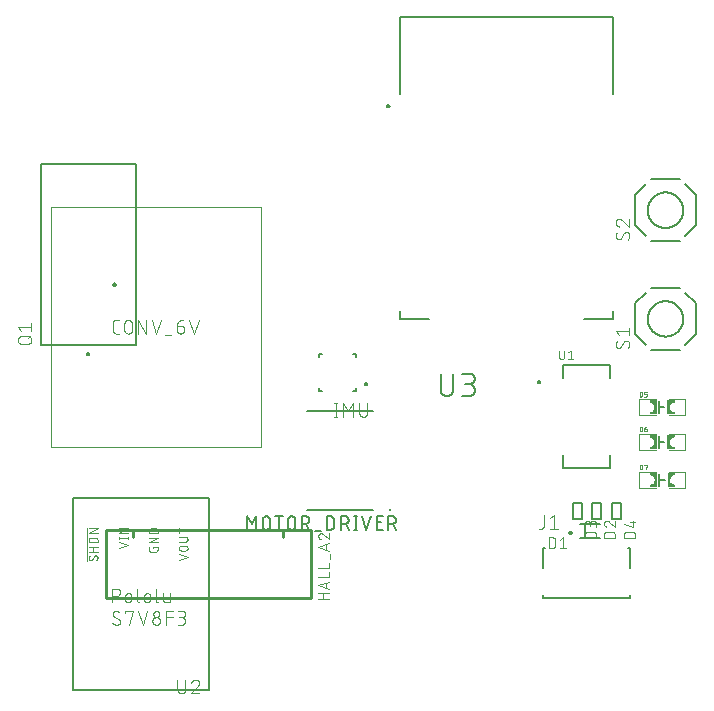
<source format=gbr>
G04 EAGLE Gerber RS-274X export*
G75*
%MOMM*%
%FSLAX34Y34*%
%LPD*%
%INSilkscreen Top*%
%IPPOS*%
%AMOC8*
5,1,8,0,0,1.08239X$1,22.5*%
G01*
%ADD10C,0.127000*%
%ADD11C,0.101600*%
%ADD12C,0.076200*%
%ADD13C,0.200000*%
%ADD14C,0.100000*%
%ADD15C,0.203200*%
%ADD16C,0.254000*%
%ADD17C,0.152400*%
%ADD18R,1.100000X0.100000*%
%ADD19C,0.025400*%
%ADD20C,0.254000*%

G36*
X559055Y617009D02*
X559055Y617009D01*
X559055Y617010D01*
X559055Y629010D01*
X559051Y629015D01*
X559050Y629015D01*
X553050Y629015D01*
X553046Y629011D01*
X553046Y629010D01*
X553045Y629010D01*
X553045Y627010D01*
X553049Y627005D01*
X553050Y627005D01*
X553964Y626874D01*
X554826Y626543D01*
X555592Y626028D01*
X556224Y625356D01*
X556692Y624560D01*
X556970Y623680D01*
X557045Y622760D01*
X557042Y622740D01*
X557020Y622586D01*
X557014Y622546D01*
X556992Y622392D01*
X556986Y622352D01*
X556964Y622198D01*
X556958Y622158D01*
X556935Y622004D01*
X556930Y621964D01*
X556921Y621902D01*
X556608Y621093D01*
X556123Y620375D01*
X555491Y619782D01*
X554742Y619344D01*
X553915Y619084D01*
X553050Y619015D01*
X553045Y619010D01*
X553046Y619010D01*
X553045Y619010D01*
X553045Y617010D01*
X553050Y617005D01*
X559050Y617005D01*
X559055Y617009D01*
G37*
G36*
X559055Y587502D02*
X559055Y587502D01*
X559055Y599502D01*
X559051Y599507D01*
X559050Y599507D01*
X553050Y599507D01*
X553046Y599503D01*
X553046Y599502D01*
X553045Y599502D01*
X553045Y597502D01*
X553049Y597498D01*
X553050Y597497D01*
X553964Y597366D01*
X554826Y597035D01*
X555592Y596521D01*
X556224Y595849D01*
X556692Y595052D01*
X556970Y594172D01*
X557045Y593253D01*
X557042Y593232D01*
X557020Y593078D01*
X557014Y593038D01*
X556992Y592884D01*
X556986Y592844D01*
X556964Y592690D01*
X556958Y592651D01*
X556935Y592497D01*
X556935Y592496D01*
X556930Y592457D01*
X556921Y592395D01*
X556608Y591586D01*
X556123Y590867D01*
X555491Y590274D01*
X554742Y589836D01*
X553915Y589577D01*
X553050Y589507D01*
X553045Y589503D01*
X553046Y589502D01*
X553045Y589502D01*
X553045Y587502D01*
X553050Y587497D01*
X553050Y587498D01*
X553050Y587497D01*
X559050Y587497D01*
X559055Y587502D01*
G37*
G36*
X559209Y555541D02*
X559209Y555541D01*
X559209Y555542D01*
X559209Y567542D01*
X559205Y567547D01*
X559205Y567546D01*
X559204Y567547D01*
X553204Y567547D01*
X553199Y567542D01*
X553200Y567542D01*
X553199Y567542D01*
X553199Y565542D01*
X553203Y565537D01*
X554118Y565406D01*
X554979Y565074D01*
X555746Y564560D01*
X556378Y563888D01*
X556845Y563092D01*
X557124Y562212D01*
X557199Y561292D01*
X557196Y561271D01*
X557174Y561117D01*
X557168Y561077D01*
X557146Y560923D01*
X557140Y560884D01*
X557117Y560730D01*
X557112Y560690D01*
X557089Y560536D01*
X557083Y560496D01*
X557074Y560434D01*
X556762Y559625D01*
X556277Y558906D01*
X555645Y558313D01*
X554896Y557876D01*
X554069Y557616D01*
X553204Y557547D01*
X553199Y557542D01*
X553199Y555542D01*
X553204Y555537D01*
X559204Y555537D01*
X559209Y555541D01*
G37*
G36*
X574055Y617009D02*
X574055Y617009D01*
X574055Y617010D01*
X574055Y619010D01*
X574051Y619015D01*
X573137Y619146D01*
X572275Y619477D01*
X571509Y619992D01*
X570877Y620664D01*
X570409Y621460D01*
X570131Y622340D01*
X570055Y623260D01*
X570056Y623260D01*
X570072Y623374D01*
X570078Y623414D01*
X570084Y623454D01*
X570100Y623568D01*
X570106Y623608D01*
X570112Y623648D01*
X570128Y623762D01*
X570129Y623762D01*
X570134Y623802D01*
X570140Y623841D01*
X570157Y623956D01*
X570162Y623995D01*
X570168Y624035D01*
X570180Y624118D01*
X570493Y624927D01*
X570978Y625646D01*
X571610Y626239D01*
X572359Y626676D01*
X573186Y626936D01*
X574051Y627005D01*
X574055Y627010D01*
X574055Y629010D01*
X574051Y629015D01*
X574050Y629015D01*
X568050Y629015D01*
X568046Y629011D01*
X568046Y629010D01*
X568045Y629010D01*
X568045Y617010D01*
X568050Y617005D01*
X574050Y617005D01*
X574055Y617009D01*
G37*
G36*
X574055Y587502D02*
X574055Y587502D01*
X574055Y589502D01*
X574051Y589507D01*
X573137Y589638D01*
X572275Y589970D01*
X571509Y590484D01*
X570877Y591156D01*
X570409Y591952D01*
X570131Y592832D01*
X570055Y593752D01*
X570056Y593752D01*
X570072Y593867D01*
X570078Y593906D01*
X570084Y593946D01*
X570100Y594060D01*
X570106Y594100D01*
X570112Y594140D01*
X570128Y594254D01*
X570129Y594254D01*
X570134Y594294D01*
X570140Y594334D01*
X570157Y594448D01*
X570162Y594488D01*
X570168Y594527D01*
X570180Y594610D01*
X570493Y595419D01*
X570978Y596138D01*
X571610Y596731D01*
X572359Y597168D01*
X573186Y597428D01*
X574051Y597497D01*
X574055Y597502D01*
X574055Y599502D01*
X574051Y599507D01*
X574050Y599507D01*
X568050Y599507D01*
X568046Y599503D01*
X568046Y599502D01*
X568045Y599502D01*
X568045Y587502D01*
X568050Y587497D01*
X568050Y587498D01*
X568050Y587497D01*
X574050Y587497D01*
X574055Y587502D01*
G37*
G36*
X574209Y555541D02*
X574209Y555541D01*
X574209Y555542D01*
X574209Y557542D01*
X574205Y557546D01*
X574205Y557547D01*
X573291Y557678D01*
X572429Y558009D01*
X571663Y558523D01*
X571030Y559195D01*
X570563Y559992D01*
X570285Y560872D01*
X570209Y561791D01*
X570209Y561792D01*
X570226Y561906D01*
X570232Y561946D01*
X570237Y561985D01*
X570254Y562100D01*
X570260Y562139D01*
X570260Y562140D01*
X570266Y562179D01*
X570282Y562294D01*
X570288Y562333D01*
X570294Y562373D01*
X570310Y562487D01*
X570316Y562527D01*
X570322Y562567D01*
X570334Y562649D01*
X570647Y563458D01*
X571131Y564177D01*
X571764Y564770D01*
X572513Y565208D01*
X573340Y565467D01*
X574205Y565537D01*
X574209Y565541D01*
X574209Y565542D01*
X574209Y567542D01*
X574205Y567547D01*
X574205Y567546D01*
X574204Y567547D01*
X568204Y567547D01*
X568199Y567542D01*
X568200Y567542D01*
X568199Y567542D01*
X568199Y555542D01*
X568204Y555537D01*
X574204Y555537D01*
X574209Y555541D01*
G37*
D10*
X179775Y546175D02*
X64775Y546175D01*
X64775Y383475D01*
X179775Y383475D01*
X179775Y546175D01*
D11*
X98131Y469467D02*
X98131Y457783D01*
X98131Y469467D02*
X101377Y469467D01*
X101490Y469465D01*
X101603Y469459D01*
X101716Y469449D01*
X101829Y469435D01*
X101941Y469418D01*
X102052Y469396D01*
X102162Y469371D01*
X102272Y469341D01*
X102380Y469308D01*
X102487Y469271D01*
X102593Y469231D01*
X102697Y469186D01*
X102800Y469138D01*
X102901Y469087D01*
X103000Y469032D01*
X103097Y468974D01*
X103192Y468912D01*
X103285Y468847D01*
X103375Y468779D01*
X103463Y468708D01*
X103549Y468633D01*
X103632Y468556D01*
X103712Y468476D01*
X103789Y468393D01*
X103864Y468307D01*
X103935Y468219D01*
X104003Y468129D01*
X104068Y468036D01*
X104130Y467941D01*
X104188Y467844D01*
X104243Y467745D01*
X104294Y467644D01*
X104342Y467541D01*
X104387Y467437D01*
X104427Y467331D01*
X104464Y467224D01*
X104497Y467116D01*
X104527Y467006D01*
X104552Y466896D01*
X104574Y466785D01*
X104591Y466673D01*
X104605Y466560D01*
X104615Y466447D01*
X104621Y466334D01*
X104623Y466221D01*
X104621Y466108D01*
X104615Y465995D01*
X104605Y465882D01*
X104591Y465769D01*
X104574Y465657D01*
X104552Y465546D01*
X104527Y465436D01*
X104497Y465326D01*
X104464Y465218D01*
X104427Y465111D01*
X104387Y465005D01*
X104342Y464901D01*
X104294Y464798D01*
X104243Y464697D01*
X104188Y464598D01*
X104130Y464501D01*
X104068Y464406D01*
X104003Y464313D01*
X103935Y464223D01*
X103864Y464135D01*
X103789Y464049D01*
X103712Y463966D01*
X103632Y463886D01*
X103549Y463809D01*
X103463Y463734D01*
X103375Y463663D01*
X103285Y463595D01*
X103192Y463530D01*
X103097Y463468D01*
X103000Y463410D01*
X102901Y463355D01*
X102800Y463304D01*
X102697Y463256D01*
X102593Y463211D01*
X102487Y463171D01*
X102380Y463134D01*
X102272Y463101D01*
X102162Y463071D01*
X102052Y463046D01*
X101941Y463024D01*
X101829Y463007D01*
X101716Y462993D01*
X101603Y462983D01*
X101490Y462977D01*
X101377Y462975D01*
X101377Y462976D02*
X98131Y462976D01*
X108898Y462976D02*
X108898Y460379D01*
X108898Y462976D02*
X108900Y463077D01*
X108906Y463177D01*
X108916Y463277D01*
X108929Y463377D01*
X108947Y463476D01*
X108968Y463575D01*
X108993Y463672D01*
X109022Y463769D01*
X109055Y463864D01*
X109091Y463958D01*
X109131Y464050D01*
X109174Y464141D01*
X109221Y464230D01*
X109271Y464317D01*
X109325Y464403D01*
X109382Y464486D01*
X109442Y464566D01*
X109505Y464645D01*
X109572Y464721D01*
X109641Y464794D01*
X109713Y464864D01*
X109787Y464932D01*
X109864Y464997D01*
X109944Y465058D01*
X110026Y465117D01*
X110110Y465172D01*
X110196Y465224D01*
X110284Y465273D01*
X110374Y465318D01*
X110466Y465360D01*
X110559Y465398D01*
X110654Y465432D01*
X110749Y465463D01*
X110846Y465490D01*
X110944Y465513D01*
X111043Y465533D01*
X111143Y465548D01*
X111243Y465560D01*
X111343Y465568D01*
X111444Y465572D01*
X111544Y465572D01*
X111645Y465568D01*
X111745Y465560D01*
X111845Y465548D01*
X111945Y465533D01*
X112044Y465513D01*
X112142Y465490D01*
X112239Y465463D01*
X112334Y465432D01*
X112429Y465398D01*
X112522Y465360D01*
X112614Y465318D01*
X112704Y465273D01*
X112792Y465224D01*
X112878Y465172D01*
X112962Y465117D01*
X113044Y465058D01*
X113124Y464997D01*
X113201Y464932D01*
X113275Y464864D01*
X113347Y464794D01*
X113416Y464721D01*
X113483Y464645D01*
X113546Y464566D01*
X113606Y464486D01*
X113663Y464403D01*
X113717Y464317D01*
X113767Y464230D01*
X113814Y464141D01*
X113857Y464050D01*
X113897Y463958D01*
X113933Y463864D01*
X113966Y463769D01*
X113995Y463672D01*
X114020Y463575D01*
X114041Y463476D01*
X114059Y463377D01*
X114072Y463277D01*
X114082Y463177D01*
X114088Y463077D01*
X114090Y462976D01*
X114091Y462976D02*
X114091Y460379D01*
X114090Y460379D02*
X114088Y460278D01*
X114082Y460178D01*
X114072Y460078D01*
X114059Y459978D01*
X114041Y459879D01*
X114020Y459780D01*
X113995Y459683D01*
X113966Y459586D01*
X113933Y459491D01*
X113897Y459397D01*
X113857Y459305D01*
X113814Y459214D01*
X113767Y459125D01*
X113717Y459038D01*
X113663Y458952D01*
X113606Y458869D01*
X113546Y458789D01*
X113483Y458710D01*
X113416Y458634D01*
X113347Y458561D01*
X113275Y458491D01*
X113201Y458423D01*
X113124Y458358D01*
X113044Y458297D01*
X112962Y458238D01*
X112878Y458183D01*
X112792Y458131D01*
X112704Y458082D01*
X112614Y458037D01*
X112522Y457995D01*
X112429Y457957D01*
X112334Y457923D01*
X112239Y457892D01*
X112142Y457865D01*
X112044Y457842D01*
X111945Y457822D01*
X111845Y457807D01*
X111745Y457795D01*
X111645Y457787D01*
X111544Y457783D01*
X111444Y457783D01*
X111343Y457787D01*
X111243Y457795D01*
X111143Y457807D01*
X111043Y457822D01*
X110944Y457842D01*
X110846Y457865D01*
X110749Y457892D01*
X110654Y457923D01*
X110559Y457957D01*
X110466Y457995D01*
X110374Y458037D01*
X110284Y458082D01*
X110196Y458131D01*
X110110Y458183D01*
X110026Y458238D01*
X109944Y458297D01*
X109864Y458358D01*
X109787Y458423D01*
X109713Y458491D01*
X109641Y458561D01*
X109572Y458634D01*
X109505Y458710D01*
X109442Y458789D01*
X109382Y458869D01*
X109325Y458952D01*
X109271Y459038D01*
X109221Y459125D01*
X109174Y459214D01*
X109131Y459305D01*
X109091Y459397D01*
X109055Y459491D01*
X109022Y459586D01*
X108993Y459683D01*
X108968Y459780D01*
X108947Y459879D01*
X108929Y459978D01*
X108916Y460078D01*
X108906Y460178D01*
X108900Y460278D01*
X108898Y460379D01*
X118953Y459730D02*
X118953Y469467D01*
X118954Y459730D02*
X118956Y459643D01*
X118962Y459555D01*
X118972Y459469D01*
X118985Y459382D01*
X119003Y459297D01*
X119024Y459212D01*
X119049Y459128D01*
X119078Y459046D01*
X119111Y458965D01*
X119147Y458885D01*
X119186Y458807D01*
X119230Y458731D01*
X119276Y458657D01*
X119326Y458586D01*
X119379Y458516D01*
X119435Y458449D01*
X119494Y458385D01*
X119556Y458323D01*
X119620Y458264D01*
X119687Y458208D01*
X119757Y458155D01*
X119828Y458105D01*
X119902Y458059D01*
X119978Y458015D01*
X120056Y457976D01*
X120136Y457940D01*
X120217Y457907D01*
X120299Y457878D01*
X120383Y457853D01*
X120468Y457832D01*
X120553Y457814D01*
X120640Y457801D01*
X120726Y457791D01*
X120814Y457785D01*
X120901Y457783D01*
X124900Y460379D02*
X124900Y462976D01*
X124902Y463077D01*
X124908Y463177D01*
X124918Y463277D01*
X124931Y463377D01*
X124949Y463476D01*
X124970Y463575D01*
X124995Y463672D01*
X125024Y463769D01*
X125057Y463864D01*
X125093Y463958D01*
X125133Y464050D01*
X125176Y464141D01*
X125223Y464230D01*
X125273Y464317D01*
X125327Y464403D01*
X125384Y464486D01*
X125444Y464566D01*
X125507Y464645D01*
X125574Y464721D01*
X125643Y464794D01*
X125715Y464864D01*
X125789Y464932D01*
X125866Y464997D01*
X125946Y465058D01*
X126028Y465117D01*
X126112Y465172D01*
X126198Y465224D01*
X126286Y465273D01*
X126376Y465318D01*
X126468Y465360D01*
X126561Y465398D01*
X126656Y465432D01*
X126751Y465463D01*
X126848Y465490D01*
X126946Y465513D01*
X127045Y465533D01*
X127145Y465548D01*
X127245Y465560D01*
X127345Y465568D01*
X127446Y465572D01*
X127546Y465572D01*
X127647Y465568D01*
X127747Y465560D01*
X127847Y465548D01*
X127947Y465533D01*
X128046Y465513D01*
X128144Y465490D01*
X128241Y465463D01*
X128336Y465432D01*
X128431Y465398D01*
X128524Y465360D01*
X128616Y465318D01*
X128706Y465273D01*
X128794Y465224D01*
X128880Y465172D01*
X128964Y465117D01*
X129046Y465058D01*
X129126Y464997D01*
X129203Y464932D01*
X129277Y464864D01*
X129349Y464794D01*
X129418Y464721D01*
X129485Y464645D01*
X129548Y464566D01*
X129608Y464486D01*
X129665Y464403D01*
X129719Y464317D01*
X129769Y464230D01*
X129816Y464141D01*
X129859Y464050D01*
X129899Y463958D01*
X129935Y463864D01*
X129968Y463769D01*
X129997Y463672D01*
X130022Y463575D01*
X130043Y463476D01*
X130061Y463377D01*
X130074Y463277D01*
X130084Y463177D01*
X130090Y463077D01*
X130092Y462976D01*
X130093Y462976D02*
X130093Y460379D01*
X130092Y460379D02*
X130090Y460278D01*
X130084Y460178D01*
X130074Y460078D01*
X130061Y459978D01*
X130043Y459879D01*
X130022Y459780D01*
X129997Y459683D01*
X129968Y459586D01*
X129935Y459491D01*
X129899Y459397D01*
X129859Y459305D01*
X129816Y459214D01*
X129769Y459125D01*
X129719Y459038D01*
X129665Y458952D01*
X129608Y458869D01*
X129548Y458789D01*
X129485Y458710D01*
X129418Y458634D01*
X129349Y458561D01*
X129277Y458491D01*
X129203Y458423D01*
X129126Y458358D01*
X129046Y458297D01*
X128964Y458238D01*
X128880Y458183D01*
X128794Y458131D01*
X128706Y458082D01*
X128616Y458037D01*
X128524Y457995D01*
X128431Y457957D01*
X128336Y457923D01*
X128241Y457892D01*
X128144Y457865D01*
X128046Y457842D01*
X127947Y457822D01*
X127847Y457807D01*
X127747Y457795D01*
X127647Y457787D01*
X127546Y457783D01*
X127446Y457783D01*
X127345Y457787D01*
X127245Y457795D01*
X127145Y457807D01*
X127045Y457822D01*
X126946Y457842D01*
X126848Y457865D01*
X126751Y457892D01*
X126656Y457923D01*
X126561Y457957D01*
X126468Y457995D01*
X126376Y458037D01*
X126286Y458082D01*
X126198Y458131D01*
X126112Y458183D01*
X126028Y458238D01*
X125946Y458297D01*
X125866Y458358D01*
X125789Y458423D01*
X125715Y458491D01*
X125643Y458561D01*
X125574Y458634D01*
X125507Y458710D01*
X125444Y458789D01*
X125384Y458869D01*
X125327Y458952D01*
X125273Y459038D01*
X125223Y459125D01*
X125176Y459214D01*
X125133Y459305D01*
X125093Y459397D01*
X125057Y459491D01*
X125024Y459586D01*
X124995Y459683D01*
X124970Y459780D01*
X124949Y459879D01*
X124931Y459978D01*
X124918Y460078D01*
X124908Y460178D01*
X124902Y460278D01*
X124900Y460379D01*
X134955Y459730D02*
X134955Y469467D01*
X134956Y459730D02*
X134958Y459643D01*
X134964Y459555D01*
X134974Y459469D01*
X134987Y459382D01*
X135005Y459297D01*
X135026Y459212D01*
X135051Y459128D01*
X135080Y459046D01*
X135113Y458965D01*
X135149Y458885D01*
X135188Y458807D01*
X135232Y458731D01*
X135278Y458657D01*
X135328Y458586D01*
X135381Y458516D01*
X135437Y458449D01*
X135496Y458385D01*
X135558Y458323D01*
X135622Y458264D01*
X135689Y458208D01*
X135759Y458155D01*
X135830Y458105D01*
X135904Y458059D01*
X135980Y458015D01*
X136058Y457976D01*
X136138Y457940D01*
X136219Y457907D01*
X136301Y457878D01*
X136385Y457853D01*
X136470Y457832D01*
X136555Y457814D01*
X136642Y457801D01*
X136728Y457791D01*
X136816Y457785D01*
X136903Y457783D01*
X141283Y459730D02*
X141283Y465572D01*
X141283Y459730D02*
X141285Y459643D01*
X141291Y459555D01*
X141301Y459469D01*
X141314Y459382D01*
X141332Y459297D01*
X141353Y459212D01*
X141378Y459128D01*
X141407Y459046D01*
X141440Y458965D01*
X141476Y458885D01*
X141515Y458807D01*
X141559Y458731D01*
X141605Y458657D01*
X141655Y458586D01*
X141708Y458516D01*
X141764Y458449D01*
X141823Y458385D01*
X141885Y458323D01*
X141949Y458264D01*
X142016Y458208D01*
X142086Y458155D01*
X142157Y458105D01*
X142231Y458059D01*
X142307Y458015D01*
X142385Y457976D01*
X142465Y457940D01*
X142546Y457907D01*
X142628Y457878D01*
X142712Y457853D01*
X142797Y457832D01*
X142882Y457814D01*
X142969Y457801D01*
X143055Y457791D01*
X143143Y457785D01*
X143230Y457783D01*
X146476Y457783D01*
X146476Y465572D01*
X104622Y441329D02*
X104620Y441230D01*
X104614Y441130D01*
X104605Y441031D01*
X104592Y440933D01*
X104575Y440835D01*
X104554Y440737D01*
X104529Y440641D01*
X104501Y440546D01*
X104469Y440452D01*
X104434Y440359D01*
X104395Y440267D01*
X104352Y440177D01*
X104307Y440089D01*
X104257Y440002D01*
X104205Y439918D01*
X104149Y439835D01*
X104091Y439755D01*
X104029Y439677D01*
X103964Y439602D01*
X103896Y439529D01*
X103826Y439459D01*
X103753Y439391D01*
X103678Y439326D01*
X103600Y439264D01*
X103520Y439206D01*
X103437Y439150D01*
X103353Y439098D01*
X103266Y439048D01*
X103178Y439003D01*
X103088Y438960D01*
X102996Y438921D01*
X102903Y438886D01*
X102809Y438854D01*
X102714Y438826D01*
X102618Y438801D01*
X102520Y438780D01*
X102422Y438763D01*
X102324Y438750D01*
X102225Y438741D01*
X102125Y438735D01*
X102026Y438733D01*
X101882Y438735D01*
X101737Y438741D01*
X101593Y438750D01*
X101450Y438763D01*
X101306Y438780D01*
X101163Y438801D01*
X101021Y438826D01*
X100880Y438854D01*
X100739Y438886D01*
X100599Y438922D01*
X100460Y438961D01*
X100322Y439004D01*
X100186Y439051D01*
X100050Y439101D01*
X99916Y439155D01*
X99784Y439212D01*
X99653Y439273D01*
X99524Y439337D01*
X99396Y439405D01*
X99270Y439475D01*
X99146Y439550D01*
X99025Y439627D01*
X98905Y439708D01*
X98787Y439791D01*
X98672Y439878D01*
X98559Y439968D01*
X98448Y440061D01*
X98340Y440156D01*
X98234Y440255D01*
X98131Y440356D01*
X98456Y447821D02*
X98458Y447920D01*
X98464Y448020D01*
X98473Y448119D01*
X98486Y448217D01*
X98503Y448315D01*
X98524Y448413D01*
X98549Y448509D01*
X98577Y448604D01*
X98609Y448698D01*
X98644Y448791D01*
X98683Y448883D01*
X98726Y448973D01*
X98771Y449061D01*
X98821Y449148D01*
X98873Y449232D01*
X98929Y449315D01*
X98987Y449395D01*
X99049Y449473D01*
X99114Y449548D01*
X99182Y449621D01*
X99252Y449691D01*
X99325Y449759D01*
X99400Y449824D01*
X99478Y449886D01*
X99558Y449944D01*
X99641Y450000D01*
X99725Y450052D01*
X99812Y450102D01*
X99900Y450147D01*
X99990Y450190D01*
X100082Y450229D01*
X100175Y450264D01*
X100269Y450296D01*
X100364Y450324D01*
X100461Y450349D01*
X100558Y450370D01*
X100656Y450387D01*
X100754Y450400D01*
X100853Y450409D01*
X100953Y450415D01*
X101052Y450417D01*
X101188Y450415D01*
X101324Y450409D01*
X101460Y450400D01*
X101596Y450387D01*
X101731Y450369D01*
X101865Y450349D01*
X101999Y450324D01*
X102133Y450296D01*
X102265Y450263D01*
X102396Y450228D01*
X102527Y450188D01*
X102656Y450145D01*
X102784Y450099D01*
X102910Y450048D01*
X103036Y449995D01*
X103159Y449937D01*
X103281Y449877D01*
X103401Y449813D01*
X103520Y449745D01*
X103636Y449675D01*
X103750Y449601D01*
X103863Y449524D01*
X103973Y449443D01*
X99754Y445549D02*
X99668Y445602D01*
X99584Y445659D01*
X99502Y445718D01*
X99422Y445781D01*
X99345Y445847D01*
X99270Y445915D01*
X99198Y445987D01*
X99129Y446061D01*
X99063Y446138D01*
X99000Y446217D01*
X98940Y446299D01*
X98883Y446383D01*
X98829Y446469D01*
X98779Y446557D01*
X98732Y446647D01*
X98688Y446738D01*
X98649Y446832D01*
X98612Y446926D01*
X98580Y447022D01*
X98551Y447120D01*
X98526Y447218D01*
X98505Y447317D01*
X98487Y447417D01*
X98474Y447517D01*
X98464Y447618D01*
X98458Y447720D01*
X98456Y447821D01*
X103324Y443601D02*
X103410Y443548D01*
X103494Y443491D01*
X103576Y443432D01*
X103656Y443369D01*
X103733Y443303D01*
X103808Y443235D01*
X103880Y443163D01*
X103949Y443089D01*
X104015Y443012D01*
X104078Y442933D01*
X104138Y442851D01*
X104195Y442767D01*
X104249Y442681D01*
X104299Y442593D01*
X104346Y442503D01*
X104390Y442412D01*
X104429Y442318D01*
X104466Y442224D01*
X104498Y442128D01*
X104527Y442030D01*
X104552Y441932D01*
X104573Y441833D01*
X104591Y441733D01*
X104604Y441633D01*
X104614Y441532D01*
X104620Y441430D01*
X104622Y441329D01*
X103324Y443601D02*
X99754Y445549D01*
X109180Y449119D02*
X109180Y450417D01*
X115671Y450417D01*
X112426Y438733D01*
X123856Y438733D02*
X119961Y450417D01*
X127750Y450417D02*
X123856Y438733D01*
X132039Y441979D02*
X132041Y442092D01*
X132047Y442205D01*
X132057Y442318D01*
X132071Y442431D01*
X132088Y442543D01*
X132110Y442654D01*
X132135Y442764D01*
X132165Y442874D01*
X132198Y442982D01*
X132235Y443089D01*
X132275Y443195D01*
X132320Y443299D01*
X132368Y443402D01*
X132419Y443503D01*
X132474Y443602D01*
X132532Y443699D01*
X132594Y443794D01*
X132659Y443887D01*
X132727Y443977D01*
X132798Y444065D01*
X132873Y444151D01*
X132950Y444234D01*
X133030Y444314D01*
X133113Y444391D01*
X133199Y444466D01*
X133287Y444537D01*
X133377Y444605D01*
X133470Y444670D01*
X133565Y444732D01*
X133662Y444790D01*
X133761Y444845D01*
X133862Y444896D01*
X133965Y444944D01*
X134069Y444989D01*
X134175Y445029D01*
X134282Y445066D01*
X134390Y445099D01*
X134500Y445129D01*
X134610Y445154D01*
X134721Y445176D01*
X134833Y445193D01*
X134946Y445207D01*
X135059Y445217D01*
X135172Y445223D01*
X135285Y445225D01*
X135398Y445223D01*
X135511Y445217D01*
X135624Y445207D01*
X135737Y445193D01*
X135849Y445176D01*
X135960Y445154D01*
X136070Y445129D01*
X136180Y445099D01*
X136288Y445066D01*
X136395Y445029D01*
X136501Y444989D01*
X136605Y444944D01*
X136708Y444896D01*
X136809Y444845D01*
X136908Y444790D01*
X137005Y444732D01*
X137100Y444670D01*
X137193Y444605D01*
X137283Y444537D01*
X137371Y444466D01*
X137457Y444391D01*
X137540Y444314D01*
X137620Y444234D01*
X137697Y444151D01*
X137772Y444065D01*
X137843Y443977D01*
X137911Y443887D01*
X137976Y443794D01*
X138038Y443699D01*
X138096Y443602D01*
X138151Y443503D01*
X138202Y443402D01*
X138250Y443299D01*
X138295Y443195D01*
X138335Y443089D01*
X138372Y442982D01*
X138405Y442874D01*
X138435Y442764D01*
X138460Y442654D01*
X138482Y442543D01*
X138499Y442431D01*
X138513Y442318D01*
X138523Y442205D01*
X138529Y442092D01*
X138531Y441979D01*
X138529Y441866D01*
X138523Y441753D01*
X138513Y441640D01*
X138499Y441527D01*
X138482Y441415D01*
X138460Y441304D01*
X138435Y441194D01*
X138405Y441084D01*
X138372Y440976D01*
X138335Y440869D01*
X138295Y440763D01*
X138250Y440659D01*
X138202Y440556D01*
X138151Y440455D01*
X138096Y440356D01*
X138038Y440259D01*
X137976Y440164D01*
X137911Y440071D01*
X137843Y439981D01*
X137772Y439893D01*
X137697Y439807D01*
X137620Y439724D01*
X137540Y439644D01*
X137457Y439567D01*
X137371Y439492D01*
X137283Y439421D01*
X137193Y439353D01*
X137100Y439288D01*
X137005Y439226D01*
X136908Y439168D01*
X136809Y439113D01*
X136708Y439062D01*
X136605Y439014D01*
X136501Y438969D01*
X136395Y438929D01*
X136288Y438892D01*
X136180Y438859D01*
X136070Y438829D01*
X135960Y438804D01*
X135849Y438782D01*
X135737Y438765D01*
X135624Y438751D01*
X135511Y438741D01*
X135398Y438735D01*
X135285Y438733D01*
X135172Y438735D01*
X135059Y438741D01*
X134946Y438751D01*
X134833Y438765D01*
X134721Y438782D01*
X134610Y438804D01*
X134500Y438829D01*
X134390Y438859D01*
X134282Y438892D01*
X134175Y438929D01*
X134069Y438969D01*
X133965Y439014D01*
X133862Y439062D01*
X133761Y439113D01*
X133662Y439168D01*
X133565Y439226D01*
X133470Y439288D01*
X133377Y439353D01*
X133287Y439421D01*
X133199Y439492D01*
X133113Y439567D01*
X133030Y439644D01*
X132950Y439724D01*
X132873Y439807D01*
X132798Y439893D01*
X132727Y439981D01*
X132659Y440071D01*
X132594Y440164D01*
X132532Y440259D01*
X132474Y440356D01*
X132419Y440455D01*
X132368Y440556D01*
X132320Y440659D01*
X132275Y440763D01*
X132235Y440869D01*
X132198Y440976D01*
X132165Y441084D01*
X132135Y441194D01*
X132110Y441304D01*
X132088Y441415D01*
X132071Y441527D01*
X132057Y441640D01*
X132047Y441753D01*
X132041Y441866D01*
X132039Y441979D01*
X132689Y447821D02*
X132691Y447922D01*
X132697Y448022D01*
X132707Y448122D01*
X132720Y448222D01*
X132738Y448321D01*
X132759Y448420D01*
X132784Y448517D01*
X132813Y448614D01*
X132846Y448709D01*
X132882Y448803D01*
X132922Y448895D01*
X132965Y448986D01*
X133012Y449075D01*
X133062Y449162D01*
X133116Y449248D01*
X133173Y449331D01*
X133233Y449411D01*
X133296Y449490D01*
X133363Y449566D01*
X133432Y449639D01*
X133504Y449709D01*
X133578Y449777D01*
X133655Y449842D01*
X133735Y449903D01*
X133817Y449962D01*
X133901Y450017D01*
X133987Y450069D01*
X134075Y450118D01*
X134165Y450163D01*
X134257Y450205D01*
X134350Y450243D01*
X134445Y450277D01*
X134540Y450308D01*
X134637Y450335D01*
X134735Y450358D01*
X134834Y450378D01*
X134934Y450393D01*
X135034Y450405D01*
X135134Y450413D01*
X135235Y450417D01*
X135335Y450417D01*
X135436Y450413D01*
X135536Y450405D01*
X135636Y450393D01*
X135736Y450378D01*
X135835Y450358D01*
X135933Y450335D01*
X136030Y450308D01*
X136125Y450277D01*
X136220Y450243D01*
X136313Y450205D01*
X136405Y450163D01*
X136495Y450118D01*
X136583Y450069D01*
X136669Y450017D01*
X136753Y449962D01*
X136835Y449903D01*
X136915Y449842D01*
X136992Y449777D01*
X137066Y449709D01*
X137138Y449639D01*
X137207Y449566D01*
X137274Y449490D01*
X137337Y449411D01*
X137397Y449331D01*
X137454Y449248D01*
X137508Y449162D01*
X137558Y449075D01*
X137605Y448986D01*
X137648Y448895D01*
X137688Y448803D01*
X137724Y448709D01*
X137757Y448614D01*
X137786Y448517D01*
X137811Y448420D01*
X137832Y448321D01*
X137850Y448222D01*
X137863Y448122D01*
X137873Y448022D01*
X137879Y447922D01*
X137881Y447821D01*
X137879Y447720D01*
X137873Y447620D01*
X137863Y447520D01*
X137850Y447420D01*
X137832Y447321D01*
X137811Y447222D01*
X137786Y447125D01*
X137757Y447028D01*
X137724Y446933D01*
X137688Y446839D01*
X137648Y446747D01*
X137605Y446656D01*
X137558Y446567D01*
X137508Y446480D01*
X137454Y446394D01*
X137397Y446311D01*
X137337Y446231D01*
X137274Y446152D01*
X137207Y446076D01*
X137138Y446003D01*
X137066Y445933D01*
X136992Y445865D01*
X136915Y445800D01*
X136835Y445739D01*
X136753Y445680D01*
X136669Y445625D01*
X136583Y445573D01*
X136495Y445524D01*
X136405Y445479D01*
X136313Y445437D01*
X136220Y445399D01*
X136125Y445365D01*
X136030Y445334D01*
X135933Y445307D01*
X135835Y445284D01*
X135736Y445264D01*
X135636Y445249D01*
X135536Y445237D01*
X135436Y445229D01*
X135335Y445225D01*
X135235Y445225D01*
X135134Y445229D01*
X135034Y445237D01*
X134934Y445249D01*
X134834Y445264D01*
X134735Y445284D01*
X134637Y445307D01*
X134540Y445334D01*
X134445Y445365D01*
X134350Y445399D01*
X134257Y445437D01*
X134165Y445479D01*
X134075Y445524D01*
X133987Y445573D01*
X133901Y445625D01*
X133817Y445680D01*
X133735Y445739D01*
X133655Y445800D01*
X133578Y445865D01*
X133504Y445933D01*
X133432Y446003D01*
X133363Y446076D01*
X133296Y446152D01*
X133233Y446231D01*
X133173Y446311D01*
X133116Y446394D01*
X133062Y446480D01*
X133012Y446567D01*
X132965Y446656D01*
X132922Y446747D01*
X132882Y446839D01*
X132846Y446933D01*
X132813Y447028D01*
X132784Y447125D01*
X132759Y447222D01*
X132738Y447321D01*
X132720Y447420D01*
X132707Y447520D01*
X132697Y447620D01*
X132691Y447720D01*
X132689Y447821D01*
X143874Y450417D02*
X143874Y438733D01*
X143874Y450417D02*
X149066Y450417D01*
X149066Y445224D02*
X143874Y445224D01*
X153376Y438733D02*
X156621Y438733D01*
X156734Y438735D01*
X156847Y438741D01*
X156960Y438751D01*
X157073Y438765D01*
X157185Y438782D01*
X157296Y438804D01*
X157406Y438829D01*
X157516Y438859D01*
X157624Y438892D01*
X157731Y438929D01*
X157837Y438969D01*
X157941Y439014D01*
X158044Y439062D01*
X158145Y439113D01*
X158244Y439168D01*
X158341Y439226D01*
X158436Y439288D01*
X158529Y439353D01*
X158619Y439421D01*
X158707Y439492D01*
X158793Y439567D01*
X158876Y439644D01*
X158956Y439724D01*
X159033Y439807D01*
X159108Y439893D01*
X159179Y439981D01*
X159247Y440071D01*
X159312Y440164D01*
X159374Y440259D01*
X159432Y440356D01*
X159487Y440455D01*
X159538Y440556D01*
X159586Y440659D01*
X159631Y440763D01*
X159671Y440869D01*
X159708Y440976D01*
X159741Y441084D01*
X159771Y441194D01*
X159796Y441304D01*
X159818Y441415D01*
X159835Y441527D01*
X159849Y441640D01*
X159859Y441753D01*
X159865Y441866D01*
X159867Y441979D01*
X159865Y442092D01*
X159859Y442205D01*
X159849Y442318D01*
X159835Y442431D01*
X159818Y442543D01*
X159796Y442654D01*
X159771Y442764D01*
X159741Y442874D01*
X159708Y442982D01*
X159671Y443089D01*
X159631Y443195D01*
X159586Y443299D01*
X159538Y443402D01*
X159487Y443503D01*
X159432Y443602D01*
X159374Y443699D01*
X159312Y443794D01*
X159247Y443887D01*
X159179Y443977D01*
X159108Y444065D01*
X159033Y444151D01*
X158956Y444234D01*
X158876Y444314D01*
X158793Y444391D01*
X158707Y444466D01*
X158619Y444537D01*
X158529Y444605D01*
X158436Y444670D01*
X158341Y444732D01*
X158244Y444790D01*
X158145Y444845D01*
X158044Y444896D01*
X157941Y444944D01*
X157837Y444989D01*
X157731Y445029D01*
X157624Y445066D01*
X157516Y445099D01*
X157406Y445129D01*
X157296Y445154D01*
X157185Y445176D01*
X157073Y445193D01*
X156960Y445207D01*
X156847Y445217D01*
X156734Y445223D01*
X156621Y445225D01*
X157271Y450417D02*
X153376Y450417D01*
X157271Y450417D02*
X157372Y450415D01*
X157472Y450409D01*
X157572Y450399D01*
X157672Y450386D01*
X157771Y450368D01*
X157870Y450347D01*
X157967Y450322D01*
X158064Y450293D01*
X158159Y450260D01*
X158253Y450224D01*
X158345Y450184D01*
X158436Y450141D01*
X158525Y450094D01*
X158612Y450044D01*
X158698Y449990D01*
X158781Y449933D01*
X158861Y449873D01*
X158940Y449810D01*
X159016Y449743D01*
X159089Y449674D01*
X159159Y449602D01*
X159227Y449528D01*
X159292Y449451D01*
X159353Y449371D01*
X159412Y449289D01*
X159467Y449205D01*
X159519Y449119D01*
X159568Y449031D01*
X159613Y448941D01*
X159655Y448849D01*
X159693Y448756D01*
X159727Y448661D01*
X159758Y448566D01*
X159785Y448469D01*
X159808Y448371D01*
X159828Y448272D01*
X159843Y448172D01*
X159855Y448072D01*
X159863Y447972D01*
X159867Y447871D01*
X159867Y447771D01*
X159863Y447670D01*
X159855Y447570D01*
X159843Y447470D01*
X159828Y447370D01*
X159808Y447271D01*
X159785Y447173D01*
X159758Y447076D01*
X159727Y446981D01*
X159693Y446886D01*
X159655Y446793D01*
X159613Y446701D01*
X159568Y446611D01*
X159519Y446523D01*
X159467Y446437D01*
X159412Y446353D01*
X159353Y446271D01*
X159292Y446191D01*
X159227Y446114D01*
X159159Y446040D01*
X159089Y445968D01*
X159016Y445899D01*
X158940Y445832D01*
X158861Y445769D01*
X158781Y445709D01*
X158698Y445652D01*
X158612Y445598D01*
X158525Y445548D01*
X158436Y445501D01*
X158345Y445458D01*
X158253Y445418D01*
X158159Y445382D01*
X158064Y445349D01*
X157967Y445320D01*
X157870Y445295D01*
X157771Y445274D01*
X157672Y445256D01*
X157572Y445243D01*
X157472Y445233D01*
X157372Y445227D01*
X157271Y445225D01*
X157271Y445224D02*
X154674Y445224D01*
D12*
X154406Y493947D02*
X161772Y496402D01*
X154406Y498858D01*
X156452Y501671D02*
X159726Y501671D01*
X156452Y501672D02*
X156363Y501674D01*
X156274Y501680D01*
X156185Y501690D01*
X156097Y501703D01*
X156009Y501720D01*
X155922Y501742D01*
X155837Y501767D01*
X155752Y501795D01*
X155669Y501828D01*
X155587Y501864D01*
X155507Y501903D01*
X155429Y501946D01*
X155353Y501992D01*
X155278Y502042D01*
X155206Y502095D01*
X155137Y502151D01*
X155070Y502210D01*
X155005Y502271D01*
X154944Y502336D01*
X154885Y502403D01*
X154829Y502472D01*
X154776Y502544D01*
X154726Y502619D01*
X154680Y502695D01*
X154637Y502773D01*
X154598Y502853D01*
X154562Y502935D01*
X154529Y503018D01*
X154501Y503103D01*
X154476Y503188D01*
X154454Y503275D01*
X154437Y503363D01*
X154424Y503451D01*
X154414Y503540D01*
X154408Y503629D01*
X154406Y503718D01*
X154408Y503807D01*
X154414Y503896D01*
X154424Y503985D01*
X154437Y504073D01*
X154454Y504161D01*
X154476Y504248D01*
X154501Y504333D01*
X154529Y504418D01*
X154562Y504501D01*
X154598Y504583D01*
X154637Y504663D01*
X154680Y504741D01*
X154726Y504817D01*
X154776Y504892D01*
X154829Y504964D01*
X154885Y505033D01*
X154944Y505100D01*
X155005Y505165D01*
X155070Y505226D01*
X155137Y505285D01*
X155206Y505341D01*
X155278Y505394D01*
X155353Y505444D01*
X155429Y505490D01*
X155507Y505533D01*
X155587Y505572D01*
X155669Y505608D01*
X155752Y505641D01*
X155837Y505669D01*
X155922Y505694D01*
X156009Y505716D01*
X156097Y505733D01*
X156185Y505746D01*
X156274Y505756D01*
X156363Y505762D01*
X156452Y505764D01*
X159726Y505764D01*
X159815Y505762D01*
X159904Y505756D01*
X159993Y505746D01*
X160081Y505733D01*
X160169Y505716D01*
X160256Y505694D01*
X160341Y505669D01*
X160426Y505641D01*
X160509Y505608D01*
X160591Y505572D01*
X160671Y505533D01*
X160749Y505490D01*
X160825Y505444D01*
X160900Y505394D01*
X160972Y505341D01*
X161041Y505285D01*
X161108Y505226D01*
X161173Y505165D01*
X161234Y505100D01*
X161293Y505033D01*
X161349Y504964D01*
X161402Y504892D01*
X161452Y504817D01*
X161498Y504741D01*
X161541Y504663D01*
X161580Y504583D01*
X161616Y504501D01*
X161649Y504418D01*
X161677Y504333D01*
X161702Y504248D01*
X161724Y504161D01*
X161741Y504073D01*
X161754Y503985D01*
X161764Y503896D01*
X161770Y503807D01*
X161772Y503718D01*
X161770Y503629D01*
X161764Y503540D01*
X161754Y503451D01*
X161741Y503363D01*
X161724Y503275D01*
X161702Y503188D01*
X161677Y503103D01*
X161649Y503018D01*
X161616Y502935D01*
X161580Y502853D01*
X161541Y502773D01*
X161498Y502695D01*
X161452Y502619D01*
X161402Y502544D01*
X161349Y502472D01*
X161293Y502403D01*
X161234Y502336D01*
X161173Y502271D01*
X161108Y502210D01*
X161041Y502151D01*
X160972Y502095D01*
X160900Y502042D01*
X160825Y501992D01*
X160749Y501946D01*
X160671Y501903D01*
X160591Y501864D01*
X160509Y501828D01*
X160426Y501795D01*
X160341Y501767D01*
X160256Y501742D01*
X160169Y501720D01*
X160081Y501703D01*
X159993Y501690D01*
X159904Y501680D01*
X159815Y501674D01*
X159726Y501672D01*
X159726Y509230D02*
X154406Y509230D01*
X159726Y509231D02*
X159815Y509233D01*
X159904Y509239D01*
X159993Y509249D01*
X160081Y509262D01*
X160169Y509279D01*
X160256Y509301D01*
X160341Y509326D01*
X160426Y509354D01*
X160509Y509387D01*
X160591Y509423D01*
X160671Y509462D01*
X160749Y509505D01*
X160825Y509551D01*
X160900Y509601D01*
X160972Y509654D01*
X161041Y509710D01*
X161108Y509769D01*
X161173Y509830D01*
X161234Y509895D01*
X161293Y509962D01*
X161349Y510031D01*
X161402Y510103D01*
X161452Y510178D01*
X161498Y510254D01*
X161541Y510332D01*
X161580Y510412D01*
X161616Y510494D01*
X161649Y510577D01*
X161677Y510662D01*
X161702Y510747D01*
X161724Y510834D01*
X161741Y510922D01*
X161754Y511010D01*
X161764Y511099D01*
X161770Y511188D01*
X161772Y511277D01*
X161770Y511366D01*
X161764Y511455D01*
X161754Y511544D01*
X161741Y511632D01*
X161724Y511720D01*
X161702Y511807D01*
X161677Y511892D01*
X161649Y511977D01*
X161616Y512060D01*
X161580Y512142D01*
X161541Y512222D01*
X161498Y512300D01*
X161452Y512376D01*
X161402Y512451D01*
X161349Y512523D01*
X161293Y512592D01*
X161234Y512659D01*
X161173Y512724D01*
X161108Y512785D01*
X161041Y512844D01*
X160972Y512900D01*
X160900Y512953D01*
X160825Y513003D01*
X160749Y513049D01*
X160671Y513092D01*
X160591Y513131D01*
X160509Y513167D01*
X160426Y513200D01*
X160341Y513228D01*
X160256Y513253D01*
X160169Y513275D01*
X160081Y513292D01*
X159993Y513305D01*
X159904Y513315D01*
X159815Y513321D01*
X159726Y513323D01*
X154406Y513323D01*
X154406Y518348D02*
X161772Y518348D01*
X154406Y516302D02*
X154406Y520394D01*
X132280Y504788D02*
X132280Y503561D01*
X132280Y504788D02*
X136372Y504788D01*
X136372Y502333D01*
X136370Y502255D01*
X136365Y502177D01*
X136355Y502100D01*
X136342Y502023D01*
X136326Y501947D01*
X136306Y501872D01*
X136282Y501798D01*
X136255Y501725D01*
X136224Y501653D01*
X136190Y501583D01*
X136153Y501515D01*
X136112Y501448D01*
X136068Y501383D01*
X136022Y501321D01*
X135972Y501261D01*
X135920Y501203D01*
X135865Y501148D01*
X135807Y501096D01*
X135747Y501046D01*
X135685Y501000D01*
X135620Y500956D01*
X135554Y500915D01*
X135485Y500878D01*
X135415Y500844D01*
X135343Y500813D01*
X135270Y500786D01*
X135196Y500762D01*
X135121Y500742D01*
X135045Y500726D01*
X134968Y500713D01*
X134891Y500703D01*
X134813Y500698D01*
X134735Y500696D01*
X130643Y500696D01*
X130563Y500698D01*
X130483Y500704D01*
X130403Y500714D01*
X130324Y500727D01*
X130245Y500745D01*
X130168Y500766D01*
X130092Y500792D01*
X130017Y500821D01*
X129943Y500853D01*
X129871Y500889D01*
X129801Y500929D01*
X129734Y500972D01*
X129668Y501018D01*
X129605Y501068D01*
X129544Y501120D01*
X129485Y501175D01*
X129430Y501234D01*
X129378Y501294D01*
X129328Y501358D01*
X129282Y501423D01*
X129239Y501491D01*
X129199Y501561D01*
X129163Y501633D01*
X129131Y501707D01*
X129102Y501781D01*
X129077Y501858D01*
X129055Y501935D01*
X129037Y502014D01*
X129024Y502093D01*
X129014Y502172D01*
X129008Y502253D01*
X129006Y502333D01*
X129006Y504788D01*
X129006Y508499D02*
X136372Y508499D01*
X136372Y512591D02*
X129006Y508499D01*
X129006Y512591D02*
X136372Y512591D01*
X136372Y516302D02*
X129006Y516302D01*
X129006Y518348D01*
X129008Y518437D01*
X129014Y518526D01*
X129024Y518615D01*
X129037Y518703D01*
X129054Y518791D01*
X129076Y518878D01*
X129101Y518963D01*
X129129Y519048D01*
X129162Y519131D01*
X129198Y519213D01*
X129237Y519293D01*
X129280Y519371D01*
X129326Y519447D01*
X129376Y519522D01*
X129429Y519594D01*
X129485Y519663D01*
X129544Y519730D01*
X129605Y519795D01*
X129670Y519856D01*
X129737Y519915D01*
X129806Y519971D01*
X129878Y520024D01*
X129953Y520074D01*
X130029Y520120D01*
X130107Y520163D01*
X130187Y520202D01*
X130269Y520238D01*
X130352Y520271D01*
X130437Y520299D01*
X130522Y520324D01*
X130609Y520346D01*
X130697Y520363D01*
X130785Y520376D01*
X130874Y520386D01*
X130963Y520392D01*
X131052Y520394D01*
X134326Y520394D01*
X134415Y520392D01*
X134504Y520386D01*
X134593Y520376D01*
X134681Y520363D01*
X134769Y520346D01*
X134856Y520324D01*
X134941Y520299D01*
X135026Y520271D01*
X135109Y520238D01*
X135191Y520202D01*
X135271Y520163D01*
X135349Y520120D01*
X135425Y520074D01*
X135500Y520024D01*
X135572Y519971D01*
X135641Y519915D01*
X135708Y519856D01*
X135773Y519795D01*
X135834Y519730D01*
X135893Y519663D01*
X135949Y519594D01*
X136002Y519522D01*
X136052Y519447D01*
X136098Y519371D01*
X136141Y519293D01*
X136180Y519213D01*
X136216Y519131D01*
X136249Y519048D01*
X136277Y518963D01*
X136302Y518878D01*
X136324Y518791D01*
X136341Y518703D01*
X136354Y518615D01*
X136364Y518526D01*
X136370Y518437D01*
X136372Y518348D01*
X136372Y516302D01*
X110972Y506400D02*
X103606Y503944D01*
X103606Y508855D02*
X110972Y506400D01*
X110972Y512252D02*
X103606Y512252D01*
X110972Y511433D02*
X110972Y513070D01*
X103606Y513070D02*
X103606Y511433D01*
X103606Y516302D02*
X110972Y516302D01*
X110972Y520394D02*
X103606Y516302D01*
X103606Y520394D02*
X110972Y520394D01*
X76682Y520775D02*
X76682Y493000D01*
X83935Y497473D02*
X84013Y497471D01*
X84091Y497466D01*
X84168Y497456D01*
X84245Y497443D01*
X84321Y497427D01*
X84396Y497407D01*
X84470Y497383D01*
X84543Y497356D01*
X84615Y497325D01*
X84685Y497291D01*
X84754Y497254D01*
X84820Y497213D01*
X84885Y497169D01*
X84947Y497123D01*
X85007Y497073D01*
X85065Y497021D01*
X85120Y496966D01*
X85172Y496908D01*
X85222Y496848D01*
X85268Y496786D01*
X85312Y496721D01*
X85353Y496655D01*
X85390Y496586D01*
X85424Y496516D01*
X85455Y496444D01*
X85482Y496371D01*
X85506Y496297D01*
X85526Y496222D01*
X85542Y496146D01*
X85555Y496069D01*
X85565Y495992D01*
X85570Y495914D01*
X85572Y495836D01*
X85570Y495722D01*
X85565Y495609D01*
X85555Y495495D01*
X85542Y495382D01*
X85525Y495270D01*
X85505Y495158D01*
X85481Y495047D01*
X85453Y494936D01*
X85422Y494827D01*
X85387Y494719D01*
X85348Y494612D01*
X85306Y494506D01*
X85261Y494402D01*
X85212Y494299D01*
X85159Y494198D01*
X85104Y494099D01*
X85045Y494001D01*
X84983Y493906D01*
X84918Y493813D01*
X84850Y493721D01*
X84779Y493633D01*
X84705Y493546D01*
X84628Y493462D01*
X84549Y493381D01*
X79843Y493585D02*
X79765Y493587D01*
X79687Y493592D01*
X79610Y493602D01*
X79533Y493615D01*
X79457Y493631D01*
X79382Y493651D01*
X79308Y493675D01*
X79235Y493702D01*
X79163Y493733D01*
X79093Y493767D01*
X79025Y493804D01*
X78958Y493845D01*
X78893Y493889D01*
X78831Y493935D01*
X78771Y493985D01*
X78713Y494037D01*
X78658Y494092D01*
X78606Y494150D01*
X78556Y494210D01*
X78510Y494272D01*
X78466Y494337D01*
X78425Y494404D01*
X78388Y494472D01*
X78354Y494542D01*
X78323Y494614D01*
X78296Y494687D01*
X78272Y494761D01*
X78252Y494836D01*
X78236Y494912D01*
X78223Y494989D01*
X78213Y495066D01*
X78208Y495144D01*
X78206Y495222D01*
X78208Y495332D01*
X78214Y495441D01*
X78224Y495551D01*
X78237Y495659D01*
X78255Y495768D01*
X78276Y495875D01*
X78302Y495982D01*
X78331Y496088D01*
X78363Y496193D01*
X78400Y496296D01*
X78440Y496398D01*
X78484Y496499D01*
X78532Y496598D01*
X78582Y496695D01*
X78637Y496790D01*
X78695Y496883D01*
X78756Y496974D01*
X78820Y497063D01*
X81275Y494404D02*
X81233Y494338D01*
X81189Y494273D01*
X81141Y494211D01*
X81091Y494151D01*
X81038Y494093D01*
X80982Y494038D01*
X80924Y493985D01*
X80863Y493936D01*
X80800Y493889D01*
X80735Y493845D01*
X80668Y493805D01*
X80599Y493768D01*
X80528Y493734D01*
X80456Y493703D01*
X80382Y493676D01*
X80307Y493652D01*
X80232Y493632D01*
X80155Y493616D01*
X80078Y493603D01*
X80000Y493593D01*
X79921Y493588D01*
X79843Y493586D01*
X82502Y496655D02*
X82544Y496722D01*
X82588Y496787D01*
X82636Y496849D01*
X82686Y496909D01*
X82739Y496967D01*
X82795Y497022D01*
X82854Y497074D01*
X82914Y497124D01*
X82978Y497171D01*
X83043Y497214D01*
X83110Y497255D01*
X83179Y497292D01*
X83250Y497326D01*
X83322Y497357D01*
X83396Y497384D01*
X83470Y497408D01*
X83546Y497428D01*
X83623Y497444D01*
X83700Y497457D01*
X83778Y497467D01*
X83857Y497472D01*
X83935Y497474D01*
X82503Y496655D02*
X81275Y494404D01*
X78206Y500696D02*
X85572Y500696D01*
X81480Y500696D02*
X81480Y504788D01*
X78206Y504788D02*
X85572Y504788D01*
X85572Y508499D02*
X78206Y508499D01*
X78206Y510545D01*
X78208Y510634D01*
X78214Y510723D01*
X78224Y510812D01*
X78237Y510900D01*
X78254Y510988D01*
X78276Y511075D01*
X78301Y511160D01*
X78329Y511245D01*
X78362Y511328D01*
X78398Y511410D01*
X78437Y511490D01*
X78480Y511568D01*
X78526Y511644D01*
X78576Y511719D01*
X78629Y511791D01*
X78685Y511860D01*
X78744Y511927D01*
X78805Y511992D01*
X78870Y512053D01*
X78937Y512112D01*
X79006Y512168D01*
X79078Y512221D01*
X79153Y512271D01*
X79229Y512317D01*
X79307Y512360D01*
X79387Y512399D01*
X79469Y512435D01*
X79552Y512468D01*
X79637Y512496D01*
X79722Y512521D01*
X79809Y512543D01*
X79897Y512560D01*
X79985Y512573D01*
X80074Y512583D01*
X80163Y512589D01*
X80252Y512591D01*
X83526Y512591D01*
X83615Y512589D01*
X83704Y512583D01*
X83793Y512573D01*
X83881Y512560D01*
X83969Y512543D01*
X84056Y512521D01*
X84141Y512496D01*
X84226Y512468D01*
X84309Y512435D01*
X84391Y512399D01*
X84471Y512360D01*
X84549Y512317D01*
X84625Y512271D01*
X84700Y512221D01*
X84772Y512168D01*
X84841Y512112D01*
X84908Y512053D01*
X84973Y511992D01*
X85034Y511927D01*
X85093Y511860D01*
X85149Y511791D01*
X85202Y511719D01*
X85252Y511644D01*
X85298Y511568D01*
X85341Y511490D01*
X85380Y511410D01*
X85416Y511328D01*
X85449Y511245D01*
X85477Y511160D01*
X85502Y511075D01*
X85524Y510988D01*
X85541Y510900D01*
X85554Y510812D01*
X85564Y510723D01*
X85570Y510634D01*
X85572Y510545D01*
X85572Y508499D01*
X85572Y516302D02*
X78206Y516302D01*
X85572Y520394D01*
X78206Y520394D01*
D10*
X301850Y637000D02*
X304350Y637000D01*
X304350Y639500D01*
X275850Y637000D02*
X273350Y637000D01*
X273350Y639500D01*
X273350Y665500D02*
X273350Y668000D01*
X275850Y668000D01*
X304350Y668000D02*
X304350Y665500D01*
X304350Y668000D02*
X301850Y668000D01*
D13*
X311850Y642500D02*
X311852Y642563D01*
X311858Y642625D01*
X311868Y642687D01*
X311881Y642749D01*
X311899Y642809D01*
X311920Y642868D01*
X311945Y642926D01*
X311974Y642982D01*
X312006Y643036D01*
X312041Y643088D01*
X312079Y643137D01*
X312121Y643185D01*
X312165Y643229D01*
X312213Y643271D01*
X312262Y643309D01*
X312314Y643344D01*
X312368Y643376D01*
X312424Y643405D01*
X312482Y643430D01*
X312541Y643451D01*
X312601Y643469D01*
X312663Y643482D01*
X312725Y643492D01*
X312787Y643498D01*
X312850Y643500D01*
X312913Y643498D01*
X312975Y643492D01*
X313037Y643482D01*
X313099Y643469D01*
X313159Y643451D01*
X313218Y643430D01*
X313276Y643405D01*
X313332Y643376D01*
X313386Y643344D01*
X313438Y643309D01*
X313487Y643271D01*
X313535Y643229D01*
X313579Y643185D01*
X313621Y643137D01*
X313659Y643088D01*
X313694Y643036D01*
X313726Y642982D01*
X313755Y642926D01*
X313780Y642868D01*
X313801Y642809D01*
X313819Y642749D01*
X313832Y642687D01*
X313842Y642625D01*
X313848Y642563D01*
X313850Y642500D01*
X313848Y642437D01*
X313842Y642375D01*
X313832Y642313D01*
X313819Y642251D01*
X313801Y642191D01*
X313780Y642132D01*
X313755Y642074D01*
X313726Y642018D01*
X313694Y641964D01*
X313659Y641912D01*
X313621Y641863D01*
X313579Y641815D01*
X313535Y641771D01*
X313487Y641729D01*
X313438Y641691D01*
X313386Y641656D01*
X313332Y641624D01*
X313276Y641595D01*
X313218Y641570D01*
X313159Y641549D01*
X313099Y641531D01*
X313037Y641518D01*
X312975Y641508D01*
X312913Y641502D01*
X312850Y641500D01*
X312787Y641502D01*
X312725Y641508D01*
X312663Y641518D01*
X312601Y641531D01*
X312541Y641549D01*
X312482Y641570D01*
X312424Y641595D01*
X312368Y641624D01*
X312314Y641656D01*
X312262Y641691D01*
X312213Y641729D01*
X312165Y641771D01*
X312121Y641815D01*
X312079Y641863D01*
X312041Y641912D01*
X312006Y641964D01*
X311974Y642018D01*
X311945Y642074D01*
X311920Y642132D01*
X311899Y642191D01*
X311881Y642251D01*
X311868Y642313D01*
X311858Y642375D01*
X311852Y642437D01*
X311850Y642500D01*
D11*
X287253Y626548D02*
X287253Y614842D01*
X285952Y614842D02*
X288554Y614842D01*
X288554Y626548D02*
X285952Y626548D01*
X293656Y626548D02*
X293656Y614842D01*
X297558Y620045D02*
X293656Y626548D01*
X297558Y620045D02*
X301460Y626548D01*
X301460Y614842D01*
X307283Y618094D02*
X307283Y626548D01*
X307282Y618094D02*
X307284Y617982D01*
X307290Y617870D01*
X307299Y617758D01*
X307313Y617646D01*
X307330Y617535D01*
X307352Y617425D01*
X307376Y617316D01*
X307405Y617207D01*
X307438Y617100D01*
X307474Y616993D01*
X307514Y616889D01*
X307557Y616785D01*
X307604Y616683D01*
X307654Y616583D01*
X307708Y616484D01*
X307766Y616388D01*
X307826Y616293D01*
X307890Y616201D01*
X307957Y616111D01*
X308027Y616023D01*
X308100Y615938D01*
X308176Y615855D01*
X308254Y615775D01*
X308336Y615697D01*
X308420Y615623D01*
X308506Y615551D01*
X308595Y615483D01*
X308687Y615418D01*
X308780Y615355D01*
X308876Y615297D01*
X308973Y615241D01*
X309073Y615189D01*
X309174Y615140D01*
X309277Y615095D01*
X309381Y615053D01*
X309486Y615015D01*
X309593Y614981D01*
X309701Y614950D01*
X309810Y614924D01*
X309920Y614900D01*
X310031Y614881D01*
X310142Y614866D01*
X310254Y614854D01*
X310366Y614846D01*
X310478Y614842D01*
X310590Y614842D01*
X310702Y614846D01*
X310814Y614854D01*
X310926Y614866D01*
X311037Y614881D01*
X311148Y614900D01*
X311258Y614924D01*
X311367Y614950D01*
X311475Y614981D01*
X311582Y615015D01*
X311687Y615053D01*
X311791Y615095D01*
X311894Y615140D01*
X311995Y615189D01*
X312095Y615241D01*
X312192Y615297D01*
X312288Y615355D01*
X312381Y615418D01*
X312473Y615483D01*
X312562Y615551D01*
X312648Y615623D01*
X312732Y615697D01*
X312814Y615775D01*
X312892Y615855D01*
X312968Y615938D01*
X313041Y616023D01*
X313111Y616111D01*
X313178Y616201D01*
X313242Y616293D01*
X313302Y616388D01*
X313360Y616484D01*
X313414Y616583D01*
X313464Y616683D01*
X313511Y616785D01*
X313554Y616889D01*
X313594Y616993D01*
X313630Y617100D01*
X313663Y617207D01*
X313692Y617316D01*
X313716Y617425D01*
X313738Y617535D01*
X313755Y617646D01*
X313769Y617758D01*
X313778Y617870D01*
X313784Y617982D01*
X313786Y618094D01*
X313786Y626548D01*
D13*
X330800Y878000D02*
X330802Y878063D01*
X330808Y878125D01*
X330818Y878187D01*
X330831Y878249D01*
X330849Y878309D01*
X330870Y878368D01*
X330895Y878426D01*
X330924Y878482D01*
X330956Y878536D01*
X330991Y878588D01*
X331029Y878637D01*
X331071Y878685D01*
X331115Y878729D01*
X331163Y878771D01*
X331212Y878809D01*
X331264Y878844D01*
X331318Y878876D01*
X331374Y878905D01*
X331432Y878930D01*
X331491Y878951D01*
X331551Y878969D01*
X331613Y878982D01*
X331675Y878992D01*
X331737Y878998D01*
X331800Y879000D01*
X331863Y878998D01*
X331925Y878992D01*
X331987Y878982D01*
X332049Y878969D01*
X332109Y878951D01*
X332168Y878930D01*
X332226Y878905D01*
X332282Y878876D01*
X332336Y878844D01*
X332388Y878809D01*
X332437Y878771D01*
X332485Y878729D01*
X332529Y878685D01*
X332571Y878637D01*
X332609Y878588D01*
X332644Y878536D01*
X332676Y878482D01*
X332705Y878426D01*
X332730Y878368D01*
X332751Y878309D01*
X332769Y878249D01*
X332782Y878187D01*
X332792Y878125D01*
X332798Y878063D01*
X332800Y878000D01*
X332798Y877937D01*
X332792Y877875D01*
X332782Y877813D01*
X332769Y877751D01*
X332751Y877691D01*
X332730Y877632D01*
X332705Y877574D01*
X332676Y877518D01*
X332644Y877464D01*
X332609Y877412D01*
X332571Y877363D01*
X332529Y877315D01*
X332485Y877271D01*
X332437Y877229D01*
X332388Y877191D01*
X332336Y877156D01*
X332282Y877124D01*
X332226Y877095D01*
X332168Y877070D01*
X332109Y877049D01*
X332049Y877031D01*
X331987Y877018D01*
X331925Y877008D01*
X331863Y877002D01*
X331800Y877000D01*
X331737Y877002D01*
X331675Y877008D01*
X331613Y877018D01*
X331551Y877031D01*
X331491Y877049D01*
X331432Y877070D01*
X331374Y877095D01*
X331318Y877124D01*
X331264Y877156D01*
X331212Y877191D01*
X331163Y877229D01*
X331115Y877271D01*
X331071Y877315D01*
X331029Y877363D01*
X330991Y877412D01*
X330956Y877464D01*
X330924Y877518D01*
X330895Y877574D01*
X330870Y877632D01*
X330849Y877691D01*
X330831Y877751D01*
X330818Y877813D01*
X330808Y877875D01*
X330802Y877937D01*
X330800Y878000D01*
D10*
X341800Y704500D02*
X341800Y698000D01*
X366300Y698000D01*
X497300Y698000D02*
X521800Y698000D01*
X521800Y704500D01*
X341800Y888000D02*
X341800Y953000D01*
X521800Y953000D01*
X521800Y888000D01*
D11*
X153158Y392342D02*
X153158Y383904D01*
X153160Y383791D01*
X153166Y383678D01*
X153176Y383565D01*
X153190Y383452D01*
X153207Y383340D01*
X153229Y383229D01*
X153254Y383119D01*
X153284Y383009D01*
X153317Y382901D01*
X153354Y382794D01*
X153394Y382688D01*
X153439Y382584D01*
X153487Y382481D01*
X153538Y382380D01*
X153593Y382281D01*
X153651Y382184D01*
X153713Y382089D01*
X153778Y381996D01*
X153846Y381906D01*
X153917Y381818D01*
X153992Y381732D01*
X154069Y381649D01*
X154149Y381569D01*
X154232Y381492D01*
X154318Y381417D01*
X154406Y381346D01*
X154496Y381278D01*
X154589Y381213D01*
X154684Y381151D01*
X154781Y381093D01*
X154880Y381038D01*
X154981Y380987D01*
X155084Y380939D01*
X155188Y380894D01*
X155294Y380854D01*
X155401Y380817D01*
X155509Y380784D01*
X155619Y380754D01*
X155729Y380729D01*
X155840Y380707D01*
X155952Y380690D01*
X156065Y380676D01*
X156178Y380666D01*
X156291Y380660D01*
X156404Y380658D01*
X156517Y380660D01*
X156630Y380666D01*
X156743Y380676D01*
X156856Y380690D01*
X156968Y380707D01*
X157079Y380729D01*
X157189Y380754D01*
X157299Y380784D01*
X157407Y380817D01*
X157514Y380854D01*
X157620Y380894D01*
X157724Y380939D01*
X157827Y380987D01*
X157928Y381038D01*
X158027Y381093D01*
X158124Y381151D01*
X158219Y381213D01*
X158312Y381278D01*
X158402Y381346D01*
X158490Y381417D01*
X158576Y381492D01*
X158659Y381569D01*
X158739Y381649D01*
X158816Y381732D01*
X158891Y381818D01*
X158962Y381906D01*
X159030Y381996D01*
X159095Y382089D01*
X159157Y382184D01*
X159215Y382281D01*
X159270Y382380D01*
X159321Y382481D01*
X159369Y382584D01*
X159414Y382688D01*
X159454Y382794D01*
X159491Y382901D01*
X159524Y383009D01*
X159554Y383119D01*
X159579Y383229D01*
X159601Y383340D01*
X159618Y383452D01*
X159632Y383565D01*
X159642Y383678D01*
X159648Y383791D01*
X159650Y383904D01*
X159649Y383904D02*
X159649Y392342D01*
X168539Y392342D02*
X168646Y392340D01*
X168752Y392334D01*
X168858Y392324D01*
X168964Y392311D01*
X169070Y392293D01*
X169174Y392272D01*
X169278Y392247D01*
X169381Y392218D01*
X169482Y392186D01*
X169582Y392149D01*
X169681Y392109D01*
X169779Y392066D01*
X169875Y392019D01*
X169969Y391968D01*
X170061Y391914D01*
X170151Y391857D01*
X170239Y391797D01*
X170324Y391733D01*
X170407Y391666D01*
X170488Y391596D01*
X170566Y391524D01*
X170642Y391448D01*
X170714Y391370D01*
X170784Y391289D01*
X170851Y391206D01*
X170915Y391121D01*
X170975Y391033D01*
X171032Y390943D01*
X171086Y390851D01*
X171137Y390757D01*
X171184Y390661D01*
X171227Y390563D01*
X171267Y390464D01*
X171304Y390364D01*
X171336Y390263D01*
X171365Y390160D01*
X171390Y390056D01*
X171411Y389952D01*
X171429Y389846D01*
X171442Y389740D01*
X171452Y389634D01*
X171458Y389528D01*
X171460Y389421D01*
X168539Y392342D02*
X168418Y392340D01*
X168297Y392334D01*
X168177Y392324D01*
X168056Y392311D01*
X167937Y392293D01*
X167817Y392272D01*
X167699Y392247D01*
X167582Y392218D01*
X167465Y392185D01*
X167350Y392149D01*
X167236Y392108D01*
X167123Y392065D01*
X167011Y392017D01*
X166902Y391966D01*
X166794Y391911D01*
X166687Y391853D01*
X166583Y391792D01*
X166481Y391727D01*
X166381Y391659D01*
X166283Y391588D01*
X166187Y391514D01*
X166094Y391437D01*
X166004Y391356D01*
X165916Y391273D01*
X165831Y391187D01*
X165748Y391098D01*
X165669Y391007D01*
X165592Y390913D01*
X165519Y390817D01*
X165449Y390719D01*
X165382Y390618D01*
X165318Y390515D01*
X165258Y390410D01*
X165201Y390303D01*
X165147Y390195D01*
X165097Y390085D01*
X165051Y389973D01*
X165008Y389860D01*
X164969Y389745D01*
X170487Y387149D02*
X170566Y387226D01*
X170642Y387307D01*
X170715Y387390D01*
X170785Y387475D01*
X170852Y387563D01*
X170916Y387653D01*
X170976Y387745D01*
X171033Y387840D01*
X171087Y387936D01*
X171138Y388034D01*
X171185Y388134D01*
X171229Y388236D01*
X171269Y388339D01*
X171305Y388443D01*
X171337Y388549D01*
X171366Y388655D01*
X171391Y388763D01*
X171413Y388871D01*
X171430Y388981D01*
X171444Y389090D01*
X171453Y389200D01*
X171459Y389311D01*
X171461Y389421D01*
X170486Y387149D02*
X164969Y380658D01*
X171460Y380658D01*
D14*
X223875Y792750D02*
X45875Y792750D01*
X223875Y792750D02*
X223875Y589650D01*
X45875Y589650D01*
X45875Y792750D01*
D11*
X101309Y685358D02*
X103906Y685358D01*
X101309Y685358D02*
X101210Y685360D01*
X101110Y685366D01*
X101011Y685375D01*
X100913Y685388D01*
X100815Y685405D01*
X100717Y685426D01*
X100621Y685451D01*
X100526Y685479D01*
X100432Y685511D01*
X100339Y685546D01*
X100247Y685585D01*
X100157Y685628D01*
X100069Y685673D01*
X99982Y685723D01*
X99898Y685775D01*
X99815Y685831D01*
X99735Y685889D01*
X99657Y685951D01*
X99582Y686016D01*
X99509Y686084D01*
X99439Y686154D01*
X99371Y686227D01*
X99306Y686302D01*
X99244Y686380D01*
X99186Y686460D01*
X99130Y686543D01*
X99078Y686627D01*
X99028Y686714D01*
X98983Y686802D01*
X98940Y686892D01*
X98901Y686984D01*
X98866Y687077D01*
X98834Y687171D01*
X98806Y687266D01*
X98781Y687362D01*
X98760Y687460D01*
X98743Y687558D01*
X98730Y687656D01*
X98721Y687755D01*
X98715Y687855D01*
X98713Y687954D01*
X98713Y694446D01*
X98715Y694545D01*
X98721Y694645D01*
X98730Y694744D01*
X98743Y694842D01*
X98760Y694940D01*
X98781Y695038D01*
X98806Y695134D01*
X98834Y695229D01*
X98866Y695323D01*
X98901Y695416D01*
X98940Y695508D01*
X98983Y695598D01*
X99028Y695686D01*
X99078Y695773D01*
X99130Y695857D01*
X99186Y695940D01*
X99244Y696020D01*
X99306Y696098D01*
X99371Y696173D01*
X99439Y696246D01*
X99509Y696316D01*
X99582Y696384D01*
X99657Y696449D01*
X99735Y696511D01*
X99815Y696569D01*
X99898Y696625D01*
X99982Y696677D01*
X100069Y696727D01*
X100157Y696772D01*
X100247Y696815D01*
X100339Y696854D01*
X100431Y696889D01*
X100526Y696921D01*
X100621Y696949D01*
X100717Y696974D01*
X100815Y696995D01*
X100913Y697012D01*
X101011Y697025D01*
X101110Y697034D01*
X101210Y697040D01*
X101309Y697042D01*
X103906Y697042D01*
X108271Y693796D02*
X108271Y688604D01*
X108271Y693796D02*
X108273Y693909D01*
X108279Y694022D01*
X108289Y694135D01*
X108303Y694248D01*
X108320Y694360D01*
X108342Y694471D01*
X108367Y694581D01*
X108397Y694691D01*
X108430Y694799D01*
X108467Y694906D01*
X108507Y695012D01*
X108552Y695116D01*
X108600Y695219D01*
X108651Y695320D01*
X108706Y695419D01*
X108764Y695516D01*
X108826Y695611D01*
X108891Y695704D01*
X108959Y695794D01*
X109030Y695882D01*
X109105Y695968D01*
X109182Y696051D01*
X109262Y696131D01*
X109345Y696208D01*
X109431Y696283D01*
X109519Y696354D01*
X109609Y696422D01*
X109702Y696487D01*
X109797Y696549D01*
X109894Y696607D01*
X109993Y696662D01*
X110094Y696713D01*
X110197Y696761D01*
X110301Y696806D01*
X110407Y696846D01*
X110514Y696883D01*
X110622Y696916D01*
X110732Y696946D01*
X110842Y696971D01*
X110953Y696993D01*
X111065Y697010D01*
X111178Y697024D01*
X111291Y697034D01*
X111404Y697040D01*
X111517Y697042D01*
X111630Y697040D01*
X111743Y697034D01*
X111856Y697024D01*
X111969Y697010D01*
X112081Y696993D01*
X112192Y696971D01*
X112302Y696946D01*
X112412Y696916D01*
X112520Y696883D01*
X112627Y696846D01*
X112733Y696806D01*
X112837Y696761D01*
X112940Y696713D01*
X113041Y696662D01*
X113140Y696607D01*
X113237Y696549D01*
X113332Y696487D01*
X113425Y696422D01*
X113515Y696354D01*
X113603Y696283D01*
X113689Y696208D01*
X113772Y696131D01*
X113852Y696051D01*
X113929Y695968D01*
X114004Y695882D01*
X114075Y695794D01*
X114143Y695704D01*
X114208Y695611D01*
X114270Y695516D01*
X114328Y695419D01*
X114383Y695320D01*
X114434Y695219D01*
X114482Y695116D01*
X114527Y695012D01*
X114567Y694906D01*
X114604Y694799D01*
X114637Y694691D01*
X114667Y694581D01*
X114692Y694471D01*
X114714Y694360D01*
X114731Y694248D01*
X114745Y694135D01*
X114755Y694022D01*
X114761Y693909D01*
X114763Y693796D01*
X114762Y693796D02*
X114762Y688604D01*
X114763Y688604D02*
X114761Y688491D01*
X114755Y688378D01*
X114745Y688265D01*
X114731Y688152D01*
X114714Y688040D01*
X114692Y687929D01*
X114667Y687819D01*
X114637Y687709D01*
X114604Y687601D01*
X114567Y687494D01*
X114527Y687388D01*
X114482Y687284D01*
X114434Y687181D01*
X114383Y687080D01*
X114328Y686981D01*
X114270Y686884D01*
X114208Y686789D01*
X114143Y686696D01*
X114075Y686606D01*
X114004Y686518D01*
X113929Y686432D01*
X113852Y686349D01*
X113772Y686269D01*
X113689Y686192D01*
X113603Y686117D01*
X113515Y686046D01*
X113425Y685978D01*
X113332Y685913D01*
X113237Y685851D01*
X113140Y685793D01*
X113041Y685738D01*
X112940Y685687D01*
X112837Y685639D01*
X112733Y685594D01*
X112627Y685554D01*
X112520Y685517D01*
X112412Y685484D01*
X112302Y685454D01*
X112192Y685429D01*
X112081Y685407D01*
X111969Y685390D01*
X111856Y685376D01*
X111743Y685366D01*
X111630Y685360D01*
X111517Y685358D01*
X111404Y685360D01*
X111291Y685366D01*
X111178Y685376D01*
X111065Y685390D01*
X110953Y685407D01*
X110842Y685429D01*
X110732Y685454D01*
X110622Y685484D01*
X110514Y685517D01*
X110407Y685554D01*
X110301Y685594D01*
X110197Y685639D01*
X110094Y685687D01*
X109993Y685738D01*
X109894Y685793D01*
X109797Y685851D01*
X109702Y685913D01*
X109609Y685978D01*
X109519Y686046D01*
X109431Y686117D01*
X109345Y686192D01*
X109262Y686269D01*
X109182Y686349D01*
X109105Y686432D01*
X109030Y686518D01*
X108959Y686606D01*
X108891Y686696D01*
X108826Y686789D01*
X108764Y686884D01*
X108706Y686981D01*
X108651Y687080D01*
X108600Y687181D01*
X108552Y687284D01*
X108507Y687388D01*
X108467Y687494D01*
X108430Y687601D01*
X108397Y687709D01*
X108367Y687819D01*
X108342Y687929D01*
X108320Y688040D01*
X108303Y688152D01*
X108289Y688265D01*
X108279Y688378D01*
X108273Y688491D01*
X108271Y688604D01*
X120082Y685358D02*
X120082Y697042D01*
X126573Y685358D01*
X126573Y697042D01*
X131244Y697042D02*
X135139Y685358D01*
X139033Y697042D01*
X142829Y684060D02*
X148022Y684060D01*
X152467Y691849D02*
X156362Y691849D01*
X156461Y691847D01*
X156561Y691841D01*
X156660Y691832D01*
X156758Y691819D01*
X156856Y691802D01*
X156954Y691781D01*
X157050Y691756D01*
X157145Y691728D01*
X157239Y691696D01*
X157332Y691661D01*
X157424Y691622D01*
X157514Y691579D01*
X157602Y691534D01*
X157689Y691484D01*
X157773Y691432D01*
X157856Y691376D01*
X157936Y691318D01*
X158014Y691256D01*
X158089Y691191D01*
X158162Y691123D01*
X158232Y691053D01*
X158300Y690980D01*
X158365Y690905D01*
X158427Y690827D01*
X158485Y690747D01*
X158541Y690664D01*
X158593Y690580D01*
X158643Y690493D01*
X158688Y690405D01*
X158731Y690315D01*
X158770Y690223D01*
X158805Y690130D01*
X158837Y690036D01*
X158865Y689941D01*
X158890Y689845D01*
X158911Y689747D01*
X158928Y689649D01*
X158941Y689551D01*
X158950Y689452D01*
X158956Y689352D01*
X158958Y689253D01*
X158958Y688604D01*
X158959Y688604D02*
X158957Y688491D01*
X158951Y688378D01*
X158941Y688265D01*
X158927Y688152D01*
X158910Y688040D01*
X158888Y687929D01*
X158863Y687819D01*
X158833Y687709D01*
X158800Y687601D01*
X158763Y687494D01*
X158723Y687388D01*
X158678Y687284D01*
X158630Y687181D01*
X158579Y687080D01*
X158524Y686981D01*
X158466Y686884D01*
X158404Y686789D01*
X158339Y686696D01*
X158271Y686606D01*
X158200Y686518D01*
X158125Y686432D01*
X158048Y686349D01*
X157968Y686269D01*
X157885Y686192D01*
X157799Y686117D01*
X157711Y686046D01*
X157621Y685978D01*
X157528Y685913D01*
X157433Y685851D01*
X157336Y685793D01*
X157237Y685738D01*
X157136Y685687D01*
X157033Y685639D01*
X156929Y685594D01*
X156823Y685554D01*
X156716Y685517D01*
X156608Y685484D01*
X156498Y685454D01*
X156388Y685429D01*
X156277Y685407D01*
X156165Y685390D01*
X156052Y685376D01*
X155939Y685366D01*
X155826Y685360D01*
X155713Y685358D01*
X155600Y685360D01*
X155487Y685366D01*
X155374Y685376D01*
X155261Y685390D01*
X155149Y685407D01*
X155038Y685429D01*
X154928Y685454D01*
X154818Y685484D01*
X154710Y685517D01*
X154603Y685554D01*
X154497Y685594D01*
X154393Y685639D01*
X154290Y685687D01*
X154189Y685738D01*
X154090Y685793D01*
X153993Y685851D01*
X153898Y685913D01*
X153805Y685978D01*
X153715Y686046D01*
X153627Y686117D01*
X153541Y686192D01*
X153458Y686269D01*
X153378Y686349D01*
X153301Y686432D01*
X153226Y686518D01*
X153155Y686606D01*
X153087Y686696D01*
X153022Y686789D01*
X152960Y686884D01*
X152902Y686981D01*
X152847Y687080D01*
X152796Y687181D01*
X152748Y687284D01*
X152703Y687388D01*
X152663Y687494D01*
X152626Y687601D01*
X152593Y687709D01*
X152563Y687819D01*
X152538Y687929D01*
X152516Y688040D01*
X152499Y688152D01*
X152485Y688265D01*
X152475Y688378D01*
X152469Y688491D01*
X152467Y688604D01*
X152467Y691849D01*
X152469Y691992D01*
X152475Y692135D01*
X152485Y692278D01*
X152499Y692420D01*
X152516Y692562D01*
X152538Y692704D01*
X152563Y692845D01*
X152593Y692985D01*
X152626Y693124D01*
X152663Y693262D01*
X152704Y693399D01*
X152748Y693535D01*
X152797Y693670D01*
X152849Y693803D01*
X152904Y693935D01*
X152964Y694065D01*
X153027Y694194D01*
X153093Y694321D01*
X153163Y694445D01*
X153236Y694568D01*
X153313Y694689D01*
X153393Y694808D01*
X153476Y694924D01*
X153562Y695039D01*
X153651Y695150D01*
X153744Y695260D01*
X153839Y695366D01*
X153938Y695470D01*
X154039Y695571D01*
X154143Y695670D01*
X154249Y695765D01*
X154359Y695858D01*
X154470Y695947D01*
X154585Y696033D01*
X154701Y696116D01*
X154820Y696196D01*
X154941Y696273D01*
X155063Y696346D01*
X155188Y696416D01*
X155315Y696482D01*
X155444Y696545D01*
X155574Y696605D01*
X155706Y696660D01*
X155839Y696712D01*
X155974Y696761D01*
X156110Y696805D01*
X156247Y696846D01*
X156385Y696883D01*
X156524Y696916D01*
X156664Y696946D01*
X156805Y696971D01*
X156947Y696993D01*
X157089Y697010D01*
X157231Y697024D01*
X157374Y697034D01*
X157517Y697040D01*
X157660Y697042D01*
X163248Y697042D02*
X167143Y685358D01*
X171037Y697042D01*
D15*
X262475Y619775D02*
X318475Y619775D01*
X318475Y535775D02*
X262475Y535775D01*
D16*
X332975Y535775D03*
D10*
X212109Y530826D02*
X212109Y519382D01*
X215924Y524468D02*
X212109Y530826D01*
X215924Y524468D02*
X219739Y530826D01*
X219739Y519382D01*
X225333Y522561D02*
X225333Y527647D01*
X225335Y527758D01*
X225341Y527869D01*
X225350Y527979D01*
X225364Y528089D01*
X225381Y528199D01*
X225402Y528308D01*
X225427Y528416D01*
X225456Y528523D01*
X225489Y528629D01*
X225525Y528734D01*
X225564Y528838D01*
X225608Y528940D01*
X225655Y529041D01*
X225705Y529139D01*
X225759Y529237D01*
X225816Y529332D01*
X225876Y529425D01*
X225940Y529516D01*
X226007Y529604D01*
X226077Y529690D01*
X226150Y529774D01*
X226225Y529855D01*
X226304Y529934D01*
X226385Y530009D01*
X226469Y530082D01*
X226555Y530152D01*
X226643Y530219D01*
X226734Y530283D01*
X226827Y530343D01*
X226923Y530400D01*
X227020Y530454D01*
X227118Y530504D01*
X227219Y530551D01*
X227321Y530595D01*
X227425Y530634D01*
X227530Y530670D01*
X227636Y530703D01*
X227743Y530732D01*
X227851Y530757D01*
X227960Y530778D01*
X228070Y530795D01*
X228180Y530809D01*
X228290Y530818D01*
X228401Y530824D01*
X228512Y530826D01*
X228623Y530824D01*
X228734Y530818D01*
X228844Y530809D01*
X228954Y530795D01*
X229064Y530778D01*
X229173Y530757D01*
X229281Y530732D01*
X229388Y530703D01*
X229494Y530670D01*
X229599Y530634D01*
X229703Y530595D01*
X229805Y530551D01*
X229906Y530504D01*
X230004Y530454D01*
X230102Y530400D01*
X230197Y530343D01*
X230290Y530283D01*
X230381Y530219D01*
X230469Y530152D01*
X230555Y530082D01*
X230639Y530009D01*
X230720Y529934D01*
X230799Y529855D01*
X230874Y529774D01*
X230947Y529690D01*
X231017Y529604D01*
X231084Y529516D01*
X231148Y529425D01*
X231208Y529332D01*
X231265Y529237D01*
X231319Y529139D01*
X231369Y529041D01*
X231416Y528940D01*
X231460Y528838D01*
X231499Y528734D01*
X231535Y528629D01*
X231568Y528523D01*
X231597Y528416D01*
X231622Y528308D01*
X231643Y528199D01*
X231660Y528089D01*
X231674Y527979D01*
X231683Y527869D01*
X231689Y527758D01*
X231691Y527647D01*
X231691Y522561D01*
X231689Y522450D01*
X231683Y522339D01*
X231674Y522229D01*
X231660Y522119D01*
X231643Y522009D01*
X231622Y521900D01*
X231597Y521792D01*
X231568Y521685D01*
X231535Y521579D01*
X231499Y521474D01*
X231460Y521370D01*
X231416Y521268D01*
X231369Y521167D01*
X231319Y521069D01*
X231265Y520971D01*
X231208Y520876D01*
X231148Y520783D01*
X231084Y520692D01*
X231017Y520604D01*
X230947Y520518D01*
X230874Y520434D01*
X230799Y520353D01*
X230720Y520274D01*
X230639Y520199D01*
X230555Y520126D01*
X230469Y520056D01*
X230381Y519989D01*
X230290Y519925D01*
X230197Y519865D01*
X230101Y519808D01*
X230004Y519754D01*
X229906Y519704D01*
X229805Y519657D01*
X229703Y519613D01*
X229599Y519574D01*
X229494Y519538D01*
X229388Y519505D01*
X229281Y519476D01*
X229173Y519451D01*
X229064Y519430D01*
X228954Y519413D01*
X228844Y519399D01*
X228734Y519390D01*
X228623Y519384D01*
X228512Y519382D01*
X228401Y519384D01*
X228290Y519390D01*
X228180Y519399D01*
X228070Y519413D01*
X227960Y519430D01*
X227851Y519451D01*
X227743Y519476D01*
X227636Y519505D01*
X227530Y519538D01*
X227425Y519574D01*
X227321Y519613D01*
X227219Y519657D01*
X227118Y519704D01*
X227020Y519754D01*
X226923Y519808D01*
X226827Y519865D01*
X226734Y519925D01*
X226643Y519989D01*
X226555Y520056D01*
X226469Y520126D01*
X226385Y520199D01*
X226304Y520274D01*
X226225Y520353D01*
X226150Y520434D01*
X226077Y520518D01*
X226007Y520604D01*
X225940Y520692D01*
X225876Y520783D01*
X225816Y520876D01*
X225759Y520972D01*
X225705Y521069D01*
X225655Y521167D01*
X225608Y521268D01*
X225564Y521370D01*
X225525Y521474D01*
X225489Y521579D01*
X225456Y521685D01*
X225427Y521792D01*
X225402Y521900D01*
X225381Y522009D01*
X225364Y522119D01*
X225350Y522229D01*
X225341Y522339D01*
X225335Y522450D01*
X225333Y522561D01*
X239192Y519382D02*
X239192Y530826D01*
X236013Y530826D02*
X242371Y530826D01*
X246693Y527647D02*
X246693Y522561D01*
X246693Y527647D02*
X246695Y527758D01*
X246701Y527869D01*
X246710Y527979D01*
X246724Y528089D01*
X246741Y528199D01*
X246762Y528308D01*
X246787Y528416D01*
X246816Y528523D01*
X246849Y528629D01*
X246885Y528734D01*
X246924Y528838D01*
X246968Y528940D01*
X247015Y529041D01*
X247065Y529139D01*
X247119Y529237D01*
X247176Y529332D01*
X247236Y529425D01*
X247300Y529516D01*
X247367Y529604D01*
X247437Y529690D01*
X247510Y529774D01*
X247585Y529855D01*
X247664Y529934D01*
X247745Y530009D01*
X247829Y530082D01*
X247915Y530152D01*
X248003Y530219D01*
X248094Y530283D01*
X248187Y530343D01*
X248283Y530400D01*
X248380Y530454D01*
X248478Y530504D01*
X248579Y530551D01*
X248681Y530595D01*
X248785Y530634D01*
X248890Y530670D01*
X248996Y530703D01*
X249103Y530732D01*
X249211Y530757D01*
X249320Y530778D01*
X249430Y530795D01*
X249540Y530809D01*
X249650Y530818D01*
X249761Y530824D01*
X249872Y530826D01*
X249983Y530824D01*
X250094Y530818D01*
X250204Y530809D01*
X250314Y530795D01*
X250424Y530778D01*
X250533Y530757D01*
X250641Y530732D01*
X250748Y530703D01*
X250854Y530670D01*
X250959Y530634D01*
X251063Y530595D01*
X251165Y530551D01*
X251266Y530504D01*
X251364Y530454D01*
X251462Y530400D01*
X251557Y530343D01*
X251650Y530283D01*
X251741Y530219D01*
X251829Y530152D01*
X251915Y530082D01*
X251999Y530009D01*
X252080Y529934D01*
X252159Y529855D01*
X252234Y529774D01*
X252307Y529690D01*
X252377Y529604D01*
X252444Y529516D01*
X252508Y529425D01*
X252568Y529332D01*
X252625Y529237D01*
X252679Y529139D01*
X252729Y529041D01*
X252776Y528940D01*
X252820Y528838D01*
X252859Y528734D01*
X252895Y528629D01*
X252928Y528523D01*
X252957Y528416D01*
X252982Y528308D01*
X253003Y528199D01*
X253020Y528089D01*
X253034Y527979D01*
X253043Y527869D01*
X253049Y527758D01*
X253051Y527647D01*
X253051Y522561D01*
X253049Y522450D01*
X253043Y522339D01*
X253034Y522229D01*
X253020Y522119D01*
X253003Y522009D01*
X252982Y521900D01*
X252957Y521792D01*
X252928Y521685D01*
X252895Y521579D01*
X252859Y521474D01*
X252820Y521370D01*
X252776Y521268D01*
X252729Y521167D01*
X252679Y521069D01*
X252625Y520971D01*
X252568Y520876D01*
X252508Y520783D01*
X252444Y520692D01*
X252377Y520604D01*
X252307Y520518D01*
X252234Y520434D01*
X252159Y520353D01*
X252080Y520274D01*
X251999Y520199D01*
X251915Y520126D01*
X251829Y520056D01*
X251741Y519989D01*
X251650Y519925D01*
X251557Y519865D01*
X251461Y519808D01*
X251364Y519754D01*
X251266Y519704D01*
X251165Y519657D01*
X251063Y519613D01*
X250959Y519574D01*
X250854Y519538D01*
X250748Y519505D01*
X250641Y519476D01*
X250533Y519451D01*
X250424Y519430D01*
X250314Y519413D01*
X250204Y519399D01*
X250094Y519390D01*
X249983Y519384D01*
X249872Y519382D01*
X249761Y519384D01*
X249650Y519390D01*
X249540Y519399D01*
X249430Y519413D01*
X249320Y519430D01*
X249211Y519451D01*
X249103Y519476D01*
X248996Y519505D01*
X248890Y519538D01*
X248785Y519574D01*
X248681Y519613D01*
X248579Y519657D01*
X248478Y519704D01*
X248380Y519754D01*
X248283Y519808D01*
X248187Y519865D01*
X248094Y519925D01*
X248003Y519989D01*
X247915Y520056D01*
X247829Y520126D01*
X247745Y520199D01*
X247664Y520274D01*
X247585Y520353D01*
X247510Y520434D01*
X247437Y520518D01*
X247367Y520604D01*
X247300Y520692D01*
X247236Y520783D01*
X247176Y520876D01*
X247119Y520972D01*
X247065Y521069D01*
X247015Y521167D01*
X246968Y521268D01*
X246924Y521370D01*
X246885Y521474D01*
X246849Y521579D01*
X246816Y521685D01*
X246787Y521792D01*
X246762Y521900D01*
X246741Y522009D01*
X246724Y522119D01*
X246710Y522229D01*
X246701Y522339D01*
X246695Y522450D01*
X246693Y522561D01*
X258601Y519382D02*
X258601Y530826D01*
X261780Y530826D01*
X261891Y530824D01*
X262002Y530818D01*
X262112Y530809D01*
X262222Y530795D01*
X262332Y530778D01*
X262441Y530757D01*
X262549Y530732D01*
X262656Y530703D01*
X262762Y530670D01*
X262867Y530634D01*
X262971Y530595D01*
X263073Y530551D01*
X263174Y530504D01*
X263272Y530454D01*
X263370Y530400D01*
X263465Y530343D01*
X263558Y530283D01*
X263649Y530219D01*
X263737Y530152D01*
X263823Y530082D01*
X263907Y530009D01*
X263988Y529934D01*
X264067Y529855D01*
X264142Y529774D01*
X264215Y529690D01*
X264285Y529604D01*
X264352Y529516D01*
X264416Y529425D01*
X264476Y529332D01*
X264533Y529236D01*
X264587Y529139D01*
X264637Y529041D01*
X264684Y528940D01*
X264728Y528838D01*
X264767Y528734D01*
X264803Y528629D01*
X264836Y528523D01*
X264865Y528416D01*
X264890Y528308D01*
X264911Y528199D01*
X264928Y528089D01*
X264942Y527979D01*
X264951Y527869D01*
X264957Y527758D01*
X264959Y527647D01*
X264957Y527536D01*
X264951Y527425D01*
X264942Y527315D01*
X264928Y527205D01*
X264911Y527095D01*
X264890Y526986D01*
X264865Y526878D01*
X264836Y526771D01*
X264803Y526665D01*
X264767Y526560D01*
X264728Y526456D01*
X264684Y526354D01*
X264637Y526253D01*
X264587Y526155D01*
X264533Y526058D01*
X264476Y525962D01*
X264416Y525869D01*
X264352Y525778D01*
X264285Y525690D01*
X264215Y525604D01*
X264142Y525520D01*
X264067Y525439D01*
X263988Y525360D01*
X263907Y525285D01*
X263823Y525212D01*
X263737Y525142D01*
X263649Y525075D01*
X263558Y525011D01*
X263465Y524951D01*
X263370Y524894D01*
X263272Y524840D01*
X263174Y524790D01*
X263073Y524743D01*
X262971Y524699D01*
X262867Y524660D01*
X262762Y524624D01*
X262656Y524591D01*
X262549Y524562D01*
X262441Y524537D01*
X262332Y524516D01*
X262222Y524499D01*
X262112Y524485D01*
X262002Y524476D01*
X261891Y524470D01*
X261780Y524468D01*
X258601Y524468D01*
X262416Y524468D02*
X264959Y519382D01*
X269452Y518110D02*
X274539Y518110D01*
X279497Y519382D02*
X279497Y530826D01*
X282676Y530826D01*
X282787Y530824D01*
X282898Y530818D01*
X283008Y530809D01*
X283118Y530795D01*
X283228Y530778D01*
X283337Y530757D01*
X283445Y530732D01*
X283552Y530703D01*
X283658Y530670D01*
X283763Y530634D01*
X283867Y530595D01*
X283969Y530551D01*
X284070Y530504D01*
X284168Y530454D01*
X284266Y530400D01*
X284361Y530343D01*
X284454Y530283D01*
X284545Y530219D01*
X284633Y530152D01*
X284719Y530082D01*
X284803Y530009D01*
X284884Y529934D01*
X284963Y529855D01*
X285038Y529774D01*
X285111Y529690D01*
X285181Y529604D01*
X285248Y529516D01*
X285312Y529425D01*
X285372Y529332D01*
X285429Y529237D01*
X285483Y529139D01*
X285533Y529041D01*
X285580Y528940D01*
X285624Y528838D01*
X285663Y528734D01*
X285699Y528629D01*
X285732Y528523D01*
X285761Y528416D01*
X285786Y528308D01*
X285807Y528199D01*
X285824Y528089D01*
X285838Y527979D01*
X285847Y527869D01*
X285853Y527758D01*
X285855Y527647D01*
X285855Y522561D01*
X285853Y522450D01*
X285847Y522339D01*
X285838Y522229D01*
X285824Y522119D01*
X285807Y522009D01*
X285786Y521900D01*
X285761Y521792D01*
X285732Y521685D01*
X285699Y521579D01*
X285663Y521474D01*
X285624Y521370D01*
X285580Y521268D01*
X285533Y521167D01*
X285483Y521069D01*
X285429Y520971D01*
X285372Y520876D01*
X285312Y520783D01*
X285248Y520692D01*
X285181Y520604D01*
X285111Y520518D01*
X285038Y520434D01*
X284963Y520353D01*
X284884Y520274D01*
X284803Y520199D01*
X284719Y520126D01*
X284633Y520056D01*
X284545Y519989D01*
X284454Y519925D01*
X284361Y519865D01*
X284266Y519808D01*
X284168Y519754D01*
X284070Y519704D01*
X283969Y519657D01*
X283867Y519613D01*
X283763Y519574D01*
X283658Y519538D01*
X283552Y519505D01*
X283445Y519476D01*
X283337Y519451D01*
X283228Y519430D01*
X283118Y519413D01*
X283008Y519399D01*
X282898Y519390D01*
X282787Y519384D01*
X282676Y519382D01*
X279497Y519382D01*
X291786Y519382D02*
X291786Y530826D01*
X294965Y530826D01*
X295076Y530824D01*
X295187Y530818D01*
X295297Y530809D01*
X295407Y530795D01*
X295517Y530778D01*
X295626Y530757D01*
X295734Y530732D01*
X295841Y530703D01*
X295947Y530670D01*
X296052Y530634D01*
X296156Y530595D01*
X296258Y530551D01*
X296359Y530504D01*
X296457Y530454D01*
X296555Y530400D01*
X296650Y530343D01*
X296743Y530283D01*
X296834Y530219D01*
X296922Y530152D01*
X297008Y530082D01*
X297092Y530009D01*
X297173Y529934D01*
X297252Y529855D01*
X297327Y529774D01*
X297400Y529690D01*
X297470Y529604D01*
X297537Y529516D01*
X297601Y529425D01*
X297661Y529332D01*
X297718Y529236D01*
X297772Y529139D01*
X297822Y529041D01*
X297869Y528940D01*
X297913Y528838D01*
X297952Y528734D01*
X297988Y528629D01*
X298021Y528523D01*
X298050Y528416D01*
X298075Y528308D01*
X298096Y528199D01*
X298113Y528089D01*
X298127Y527979D01*
X298136Y527869D01*
X298142Y527758D01*
X298144Y527647D01*
X298142Y527536D01*
X298136Y527425D01*
X298127Y527315D01*
X298113Y527205D01*
X298096Y527095D01*
X298075Y526986D01*
X298050Y526878D01*
X298021Y526771D01*
X297988Y526665D01*
X297952Y526560D01*
X297913Y526456D01*
X297869Y526354D01*
X297822Y526253D01*
X297772Y526155D01*
X297718Y526058D01*
X297661Y525962D01*
X297601Y525869D01*
X297537Y525778D01*
X297470Y525690D01*
X297400Y525604D01*
X297327Y525520D01*
X297252Y525439D01*
X297173Y525360D01*
X297092Y525285D01*
X297008Y525212D01*
X296922Y525142D01*
X296834Y525075D01*
X296743Y525011D01*
X296650Y524951D01*
X296555Y524894D01*
X296457Y524840D01*
X296359Y524790D01*
X296258Y524743D01*
X296156Y524699D01*
X296052Y524660D01*
X295947Y524624D01*
X295841Y524591D01*
X295734Y524562D01*
X295626Y524537D01*
X295517Y524516D01*
X295407Y524499D01*
X295297Y524485D01*
X295187Y524476D01*
X295076Y524470D01*
X294965Y524468D01*
X291786Y524468D01*
X295601Y524468D02*
X298144Y519382D01*
X304037Y519382D02*
X304037Y530826D01*
X302765Y519382D02*
X305308Y519382D01*
X305308Y530826D02*
X302765Y530826D01*
X309376Y530826D02*
X313191Y519382D01*
X317006Y530826D01*
X321862Y519382D02*
X326949Y519382D01*
X321862Y519382D02*
X321862Y530826D01*
X326949Y530826D01*
X325677Y525740D02*
X321862Y525740D01*
X331837Y530826D02*
X331837Y519382D01*
X331837Y530826D02*
X335016Y530826D01*
X335127Y530824D01*
X335238Y530818D01*
X335348Y530809D01*
X335458Y530795D01*
X335568Y530778D01*
X335677Y530757D01*
X335785Y530732D01*
X335892Y530703D01*
X335998Y530670D01*
X336103Y530634D01*
X336207Y530595D01*
X336309Y530551D01*
X336410Y530504D01*
X336508Y530454D01*
X336606Y530400D01*
X336701Y530343D01*
X336794Y530283D01*
X336885Y530219D01*
X336973Y530152D01*
X337059Y530082D01*
X337143Y530009D01*
X337224Y529934D01*
X337303Y529855D01*
X337378Y529774D01*
X337451Y529690D01*
X337521Y529604D01*
X337588Y529516D01*
X337652Y529425D01*
X337712Y529332D01*
X337769Y529236D01*
X337823Y529139D01*
X337873Y529041D01*
X337920Y528940D01*
X337964Y528838D01*
X338003Y528734D01*
X338039Y528629D01*
X338072Y528523D01*
X338101Y528416D01*
X338126Y528308D01*
X338147Y528199D01*
X338164Y528089D01*
X338178Y527979D01*
X338187Y527869D01*
X338193Y527758D01*
X338195Y527647D01*
X338193Y527536D01*
X338187Y527425D01*
X338178Y527315D01*
X338164Y527205D01*
X338147Y527095D01*
X338126Y526986D01*
X338101Y526878D01*
X338072Y526771D01*
X338039Y526665D01*
X338003Y526560D01*
X337964Y526456D01*
X337920Y526354D01*
X337873Y526253D01*
X337823Y526155D01*
X337769Y526058D01*
X337712Y525962D01*
X337652Y525869D01*
X337588Y525778D01*
X337521Y525690D01*
X337451Y525604D01*
X337378Y525520D01*
X337303Y525439D01*
X337224Y525360D01*
X337143Y525285D01*
X337059Y525212D01*
X336973Y525142D01*
X336885Y525075D01*
X336794Y525011D01*
X336701Y524951D01*
X336606Y524894D01*
X336508Y524840D01*
X336410Y524790D01*
X336309Y524743D01*
X336207Y524699D01*
X336103Y524660D01*
X335998Y524624D01*
X335892Y524591D01*
X335785Y524562D01*
X335677Y524537D01*
X335568Y524516D01*
X335458Y524499D01*
X335348Y524485D01*
X335238Y524476D01*
X335127Y524470D01*
X335016Y524468D01*
X331837Y524468D01*
X335652Y524468D02*
X338195Y519382D01*
X37683Y675313D02*
X37683Y829313D01*
X117683Y829313D01*
X117683Y675313D01*
X37683Y675313D01*
D13*
X98908Y726913D02*
X98910Y726976D01*
X98916Y727038D01*
X98926Y727100D01*
X98939Y727162D01*
X98957Y727222D01*
X98978Y727281D01*
X99003Y727339D01*
X99032Y727395D01*
X99064Y727449D01*
X99099Y727501D01*
X99137Y727550D01*
X99179Y727598D01*
X99223Y727642D01*
X99271Y727684D01*
X99320Y727722D01*
X99372Y727757D01*
X99426Y727789D01*
X99482Y727818D01*
X99540Y727843D01*
X99599Y727864D01*
X99659Y727882D01*
X99721Y727895D01*
X99783Y727905D01*
X99845Y727911D01*
X99908Y727913D01*
X99971Y727911D01*
X100033Y727905D01*
X100095Y727895D01*
X100157Y727882D01*
X100217Y727864D01*
X100276Y727843D01*
X100334Y727818D01*
X100390Y727789D01*
X100444Y727757D01*
X100496Y727722D01*
X100545Y727684D01*
X100593Y727642D01*
X100637Y727598D01*
X100679Y727550D01*
X100717Y727501D01*
X100752Y727449D01*
X100784Y727395D01*
X100813Y727339D01*
X100838Y727281D01*
X100859Y727222D01*
X100877Y727162D01*
X100890Y727100D01*
X100900Y727038D01*
X100906Y726976D01*
X100908Y726913D01*
X100906Y726850D01*
X100900Y726788D01*
X100890Y726726D01*
X100877Y726664D01*
X100859Y726604D01*
X100838Y726545D01*
X100813Y726487D01*
X100784Y726431D01*
X100752Y726377D01*
X100717Y726325D01*
X100679Y726276D01*
X100637Y726228D01*
X100593Y726184D01*
X100545Y726142D01*
X100496Y726104D01*
X100444Y726069D01*
X100390Y726037D01*
X100334Y726008D01*
X100276Y725983D01*
X100217Y725962D01*
X100157Y725944D01*
X100095Y725931D01*
X100033Y725921D01*
X99971Y725915D01*
X99908Y725913D01*
X99845Y725915D01*
X99783Y725921D01*
X99721Y725931D01*
X99659Y725944D01*
X99599Y725962D01*
X99540Y725983D01*
X99482Y726008D01*
X99426Y726037D01*
X99372Y726069D01*
X99320Y726104D01*
X99271Y726142D01*
X99223Y726184D01*
X99179Y726228D01*
X99137Y726276D01*
X99099Y726325D01*
X99064Y726377D01*
X99032Y726431D01*
X99003Y726487D01*
X98978Y726545D01*
X98957Y726604D01*
X98939Y726664D01*
X98926Y726726D01*
X98916Y726788D01*
X98910Y726850D01*
X98908Y726913D01*
X76683Y667813D02*
X76685Y667876D01*
X76691Y667938D01*
X76701Y668000D01*
X76714Y668062D01*
X76732Y668122D01*
X76753Y668181D01*
X76778Y668239D01*
X76807Y668295D01*
X76839Y668349D01*
X76874Y668401D01*
X76912Y668450D01*
X76954Y668498D01*
X76998Y668542D01*
X77046Y668584D01*
X77095Y668622D01*
X77147Y668657D01*
X77201Y668689D01*
X77257Y668718D01*
X77315Y668743D01*
X77374Y668764D01*
X77434Y668782D01*
X77496Y668795D01*
X77558Y668805D01*
X77620Y668811D01*
X77683Y668813D01*
X77746Y668811D01*
X77808Y668805D01*
X77870Y668795D01*
X77932Y668782D01*
X77992Y668764D01*
X78051Y668743D01*
X78109Y668718D01*
X78165Y668689D01*
X78219Y668657D01*
X78271Y668622D01*
X78320Y668584D01*
X78368Y668542D01*
X78412Y668498D01*
X78454Y668450D01*
X78492Y668401D01*
X78527Y668349D01*
X78559Y668295D01*
X78588Y668239D01*
X78613Y668181D01*
X78634Y668122D01*
X78652Y668062D01*
X78665Y668000D01*
X78675Y667938D01*
X78681Y667876D01*
X78683Y667813D01*
X78681Y667750D01*
X78675Y667688D01*
X78665Y667626D01*
X78652Y667564D01*
X78634Y667504D01*
X78613Y667445D01*
X78588Y667387D01*
X78559Y667331D01*
X78527Y667277D01*
X78492Y667225D01*
X78454Y667176D01*
X78412Y667128D01*
X78368Y667084D01*
X78320Y667042D01*
X78271Y667004D01*
X78219Y666969D01*
X78165Y666937D01*
X78109Y666908D01*
X78051Y666883D01*
X77992Y666862D01*
X77932Y666844D01*
X77870Y666831D01*
X77808Y666821D01*
X77746Y666815D01*
X77683Y666813D01*
X77620Y666815D01*
X77558Y666821D01*
X77496Y666831D01*
X77434Y666844D01*
X77374Y666862D01*
X77315Y666883D01*
X77257Y666908D01*
X77201Y666937D01*
X77147Y666969D01*
X77095Y667004D01*
X77046Y667042D01*
X76998Y667084D01*
X76954Y667128D01*
X76912Y667176D01*
X76874Y667225D01*
X76839Y667277D01*
X76807Y667331D01*
X76778Y667387D01*
X76753Y667445D01*
X76732Y667504D01*
X76714Y667564D01*
X76701Y667626D01*
X76691Y667688D01*
X76685Y667750D01*
X76683Y667813D01*
D11*
X26304Y676621D02*
X21111Y676621D01*
X20998Y676623D01*
X20885Y676629D01*
X20772Y676639D01*
X20659Y676653D01*
X20547Y676670D01*
X20436Y676692D01*
X20326Y676717D01*
X20216Y676747D01*
X20108Y676780D01*
X20001Y676817D01*
X19895Y676857D01*
X19791Y676902D01*
X19688Y676950D01*
X19587Y677001D01*
X19488Y677056D01*
X19391Y677114D01*
X19296Y677176D01*
X19203Y677241D01*
X19113Y677309D01*
X19025Y677380D01*
X18939Y677455D01*
X18856Y677532D01*
X18776Y677612D01*
X18699Y677695D01*
X18624Y677781D01*
X18553Y677869D01*
X18485Y677959D01*
X18420Y678052D01*
X18358Y678147D01*
X18300Y678244D01*
X18245Y678343D01*
X18194Y678444D01*
X18146Y678547D01*
X18101Y678651D01*
X18061Y678757D01*
X18024Y678864D01*
X17991Y678972D01*
X17961Y679082D01*
X17936Y679192D01*
X17914Y679303D01*
X17897Y679415D01*
X17883Y679528D01*
X17873Y679641D01*
X17867Y679754D01*
X17865Y679867D01*
X17867Y679980D01*
X17873Y680093D01*
X17883Y680206D01*
X17897Y680319D01*
X17914Y680431D01*
X17936Y680542D01*
X17961Y680652D01*
X17991Y680762D01*
X18024Y680870D01*
X18061Y680977D01*
X18101Y681083D01*
X18146Y681187D01*
X18194Y681290D01*
X18245Y681391D01*
X18300Y681490D01*
X18358Y681587D01*
X18420Y681682D01*
X18485Y681775D01*
X18553Y681865D01*
X18624Y681953D01*
X18699Y682039D01*
X18776Y682122D01*
X18856Y682202D01*
X18939Y682279D01*
X19025Y682354D01*
X19113Y682425D01*
X19203Y682493D01*
X19296Y682558D01*
X19391Y682620D01*
X19488Y682678D01*
X19587Y682733D01*
X19688Y682784D01*
X19791Y682832D01*
X19895Y682877D01*
X20001Y682917D01*
X20108Y682954D01*
X20216Y682987D01*
X20326Y683017D01*
X20436Y683042D01*
X20547Y683064D01*
X20659Y683081D01*
X20772Y683095D01*
X20885Y683105D01*
X20998Y683111D01*
X21111Y683113D01*
X21111Y683112D02*
X26304Y683112D01*
X26304Y683113D02*
X26417Y683111D01*
X26530Y683105D01*
X26643Y683095D01*
X26756Y683081D01*
X26868Y683064D01*
X26979Y683042D01*
X27089Y683017D01*
X27199Y682987D01*
X27307Y682954D01*
X27414Y682917D01*
X27520Y682877D01*
X27624Y682832D01*
X27727Y682784D01*
X27828Y682733D01*
X27927Y682678D01*
X28024Y682620D01*
X28119Y682558D01*
X28212Y682493D01*
X28302Y682425D01*
X28390Y682354D01*
X28476Y682279D01*
X28559Y682202D01*
X28639Y682122D01*
X28716Y682039D01*
X28791Y681953D01*
X28862Y681865D01*
X28930Y681775D01*
X28995Y681682D01*
X29057Y681587D01*
X29115Y681490D01*
X29170Y681391D01*
X29221Y681290D01*
X29269Y681187D01*
X29314Y681083D01*
X29354Y680977D01*
X29391Y680870D01*
X29424Y680762D01*
X29454Y680652D01*
X29479Y680542D01*
X29501Y680431D01*
X29518Y680319D01*
X29532Y680206D01*
X29542Y680093D01*
X29548Y679980D01*
X29550Y679867D01*
X29548Y679754D01*
X29542Y679641D01*
X29532Y679528D01*
X29518Y679415D01*
X29501Y679303D01*
X29479Y679192D01*
X29454Y679082D01*
X29424Y678972D01*
X29391Y678864D01*
X29354Y678757D01*
X29314Y678651D01*
X29269Y678547D01*
X29221Y678444D01*
X29170Y678343D01*
X29115Y678244D01*
X29057Y678147D01*
X28995Y678052D01*
X28930Y677959D01*
X28862Y677869D01*
X28791Y677781D01*
X28716Y677695D01*
X28639Y677612D01*
X28559Y677532D01*
X28476Y677455D01*
X28390Y677380D01*
X28302Y677309D01*
X28212Y677241D01*
X28119Y677176D01*
X28024Y677114D01*
X27927Y677056D01*
X27828Y677001D01*
X27727Y676950D01*
X27624Y676902D01*
X27520Y676857D01*
X27414Y676817D01*
X27307Y676780D01*
X27199Y676747D01*
X27089Y676717D01*
X26979Y676692D01*
X26868Y676670D01*
X26756Y676653D01*
X26643Y676639D01*
X26530Y676629D01*
X26417Y676623D01*
X26304Y676621D01*
X26953Y681814D02*
X29550Y684411D01*
X20462Y687765D02*
X17866Y691011D01*
X29550Y691011D01*
X29550Y694256D02*
X29550Y687765D01*
D10*
X498218Y512011D02*
X511218Y512011D01*
X498218Y512011D02*
X494218Y512011D01*
X494218Y524511D02*
X498218Y524511D01*
X511218Y524511D01*
X498218Y524511D02*
X498218Y512011D01*
D12*
X467790Y512964D02*
X467790Y503693D01*
X467790Y512964D02*
X470365Y512964D01*
X470464Y512962D01*
X470562Y512956D01*
X470660Y512947D01*
X470758Y512934D01*
X470855Y512917D01*
X470952Y512896D01*
X471047Y512872D01*
X471142Y512844D01*
X471235Y512812D01*
X471328Y512777D01*
X471418Y512739D01*
X471508Y512697D01*
X471595Y512651D01*
X471681Y512602D01*
X471765Y512550D01*
X471846Y512495D01*
X471926Y512437D01*
X472003Y512376D01*
X472078Y512311D01*
X472151Y512244D01*
X472220Y512175D01*
X472287Y512102D01*
X472352Y512027D01*
X472413Y511950D01*
X472471Y511870D01*
X472526Y511789D01*
X472578Y511705D01*
X472627Y511619D01*
X472673Y511532D01*
X472715Y511442D01*
X472753Y511352D01*
X472788Y511259D01*
X472820Y511166D01*
X472848Y511071D01*
X472872Y510976D01*
X472893Y510879D01*
X472910Y510782D01*
X472923Y510684D01*
X472932Y510586D01*
X472938Y510488D01*
X472940Y510389D01*
X472941Y510389D02*
X472941Y506268D01*
X472940Y506268D02*
X472938Y506169D01*
X472932Y506071D01*
X472923Y505973D01*
X472910Y505875D01*
X472893Y505778D01*
X472872Y505681D01*
X472848Y505586D01*
X472820Y505491D01*
X472788Y505398D01*
X472753Y505305D01*
X472715Y505215D01*
X472673Y505125D01*
X472627Y505038D01*
X472578Y504952D01*
X472526Y504868D01*
X472471Y504787D01*
X472413Y504707D01*
X472352Y504630D01*
X472287Y504555D01*
X472220Y504482D01*
X472151Y504413D01*
X472078Y504346D01*
X472003Y504281D01*
X471926Y504220D01*
X471846Y504162D01*
X471765Y504107D01*
X471681Y504055D01*
X471595Y504006D01*
X471508Y503960D01*
X471418Y503918D01*
X471328Y503880D01*
X471235Y503845D01*
X471142Y503813D01*
X471047Y503785D01*
X470952Y503761D01*
X470855Y503740D01*
X470758Y503723D01*
X470660Y503710D01*
X470562Y503701D01*
X470464Y503695D01*
X470365Y503693D01*
X467790Y503693D01*
X477121Y510904D02*
X479696Y512964D01*
X479696Y503693D01*
X477121Y503693D02*
X482271Y503693D01*
D17*
X503767Y528014D02*
X503767Y542014D01*
X511767Y542014D01*
X511767Y528014D01*
X503767Y528014D01*
D12*
X514199Y512461D02*
X523470Y512461D01*
X514199Y512461D02*
X514199Y515036D01*
X514201Y515135D01*
X514207Y515233D01*
X514216Y515331D01*
X514229Y515429D01*
X514246Y515526D01*
X514267Y515623D01*
X514291Y515718D01*
X514319Y515813D01*
X514351Y515906D01*
X514386Y515999D01*
X514424Y516089D01*
X514466Y516179D01*
X514512Y516266D01*
X514561Y516352D01*
X514613Y516436D01*
X514668Y516517D01*
X514726Y516597D01*
X514787Y516674D01*
X514852Y516749D01*
X514919Y516822D01*
X514988Y516891D01*
X515061Y516958D01*
X515136Y517023D01*
X515213Y517084D01*
X515293Y517142D01*
X515374Y517197D01*
X515458Y517249D01*
X515544Y517298D01*
X515631Y517344D01*
X515721Y517386D01*
X515811Y517424D01*
X515904Y517459D01*
X515997Y517491D01*
X516092Y517519D01*
X516187Y517543D01*
X516284Y517564D01*
X516381Y517581D01*
X516479Y517594D01*
X516577Y517603D01*
X516675Y517609D01*
X516774Y517611D01*
X520895Y517611D01*
X520994Y517609D01*
X521092Y517603D01*
X521190Y517594D01*
X521288Y517581D01*
X521385Y517564D01*
X521482Y517543D01*
X521577Y517519D01*
X521672Y517491D01*
X521765Y517459D01*
X521858Y517424D01*
X521948Y517386D01*
X522038Y517344D01*
X522125Y517298D01*
X522211Y517249D01*
X522295Y517197D01*
X522376Y517142D01*
X522456Y517084D01*
X522533Y517023D01*
X522608Y516958D01*
X522681Y516891D01*
X522750Y516822D01*
X522817Y516749D01*
X522882Y516674D01*
X522943Y516597D01*
X523001Y516517D01*
X523056Y516436D01*
X523108Y516352D01*
X523157Y516266D01*
X523203Y516179D01*
X523245Y516089D01*
X523283Y515999D01*
X523318Y515906D01*
X523350Y515813D01*
X523378Y515718D01*
X523402Y515623D01*
X523423Y515526D01*
X523440Y515429D01*
X523453Y515331D01*
X523462Y515233D01*
X523468Y515135D01*
X523470Y515036D01*
X523470Y512461D01*
X514199Y524624D02*
X514201Y524717D01*
X514207Y524811D01*
X514216Y524903D01*
X514229Y524996D01*
X514246Y525088D01*
X514266Y525179D01*
X514291Y525269D01*
X514318Y525358D01*
X514350Y525446D01*
X514384Y525533D01*
X514423Y525618D01*
X514465Y525701D01*
X514510Y525783D01*
X514558Y525863D01*
X514609Y525941D01*
X514664Y526017D01*
X514721Y526090D01*
X514782Y526161D01*
X514845Y526230D01*
X514911Y526296D01*
X514980Y526359D01*
X515051Y526420D01*
X515124Y526477D01*
X515200Y526532D01*
X515278Y526583D01*
X515358Y526631D01*
X515440Y526676D01*
X515523Y526718D01*
X515608Y526757D01*
X515695Y526791D01*
X515783Y526823D01*
X515872Y526850D01*
X515962Y526875D01*
X516053Y526895D01*
X516145Y526912D01*
X516238Y526925D01*
X516330Y526934D01*
X516424Y526940D01*
X516517Y526942D01*
X514199Y524624D02*
X514201Y524517D01*
X514207Y524410D01*
X514216Y524304D01*
X514230Y524197D01*
X514247Y524092D01*
X514268Y523987D01*
X514293Y523883D01*
X514321Y523780D01*
X514353Y523678D01*
X514389Y523577D01*
X514429Y523477D01*
X514472Y523379D01*
X514518Y523283D01*
X514568Y523188D01*
X514621Y523096D01*
X514678Y523005D01*
X514738Y522916D01*
X514800Y522829D01*
X514866Y522745D01*
X514935Y522663D01*
X515007Y522584D01*
X515082Y522508D01*
X515159Y522434D01*
X515239Y522363D01*
X515322Y522294D01*
X515407Y522229D01*
X515494Y522167D01*
X515583Y522108D01*
X515675Y522053D01*
X515768Y522000D01*
X515863Y521951D01*
X515960Y521906D01*
X516058Y521864D01*
X516158Y521826D01*
X516260Y521791D01*
X518319Y526170D02*
X518252Y526238D01*
X518182Y526303D01*
X518109Y526366D01*
X518034Y526426D01*
X517957Y526483D01*
X517878Y526537D01*
X517796Y526588D01*
X517713Y526636D01*
X517628Y526680D01*
X517541Y526721D01*
X517453Y526759D01*
X517364Y526794D01*
X517273Y526824D01*
X517181Y526852D01*
X517088Y526876D01*
X516994Y526896D01*
X516899Y526912D01*
X516804Y526925D01*
X516709Y526935D01*
X516613Y526940D01*
X516517Y526942D01*
X518319Y526169D02*
X523470Y521791D01*
X523470Y526942D01*
D17*
X487765Y528014D02*
X487765Y542014D01*
X495765Y542014D01*
X495765Y528014D01*
X487765Y528014D01*
D12*
X498197Y512461D02*
X507468Y512461D01*
X498197Y512461D02*
X498197Y515036D01*
X498199Y515135D01*
X498205Y515233D01*
X498214Y515331D01*
X498227Y515429D01*
X498244Y515526D01*
X498265Y515623D01*
X498289Y515718D01*
X498317Y515813D01*
X498349Y515906D01*
X498384Y515999D01*
X498422Y516089D01*
X498464Y516179D01*
X498510Y516266D01*
X498559Y516352D01*
X498611Y516436D01*
X498666Y516517D01*
X498724Y516597D01*
X498785Y516674D01*
X498850Y516749D01*
X498917Y516822D01*
X498986Y516891D01*
X499059Y516958D01*
X499134Y517023D01*
X499211Y517084D01*
X499291Y517142D01*
X499372Y517197D01*
X499456Y517249D01*
X499542Y517298D01*
X499629Y517344D01*
X499719Y517386D01*
X499809Y517424D01*
X499902Y517459D01*
X499995Y517491D01*
X500090Y517519D01*
X500185Y517543D01*
X500282Y517564D01*
X500379Y517581D01*
X500477Y517594D01*
X500575Y517603D01*
X500673Y517609D01*
X500772Y517611D01*
X504893Y517611D01*
X504992Y517609D01*
X505090Y517603D01*
X505188Y517594D01*
X505286Y517581D01*
X505383Y517564D01*
X505480Y517543D01*
X505575Y517519D01*
X505670Y517491D01*
X505763Y517459D01*
X505856Y517424D01*
X505946Y517386D01*
X506036Y517344D01*
X506123Y517298D01*
X506209Y517249D01*
X506293Y517197D01*
X506374Y517142D01*
X506454Y517084D01*
X506531Y517023D01*
X506606Y516958D01*
X506679Y516891D01*
X506748Y516822D01*
X506815Y516749D01*
X506880Y516674D01*
X506941Y516597D01*
X506999Y516517D01*
X507054Y516436D01*
X507106Y516352D01*
X507155Y516266D01*
X507201Y516179D01*
X507243Y516089D01*
X507281Y515999D01*
X507316Y515906D01*
X507348Y515813D01*
X507376Y515718D01*
X507400Y515623D01*
X507421Y515526D01*
X507438Y515429D01*
X507451Y515331D01*
X507460Y515233D01*
X507466Y515135D01*
X507468Y515036D01*
X507468Y512461D01*
X507468Y521791D02*
X507468Y524367D01*
X507466Y524467D01*
X507460Y524567D01*
X507451Y524666D01*
X507437Y524765D01*
X507420Y524863D01*
X507399Y524961D01*
X507374Y525058D01*
X507345Y525153D01*
X507313Y525248D01*
X507277Y525341D01*
X507237Y525433D01*
X507194Y525523D01*
X507148Y525611D01*
X507098Y525698D01*
X507044Y525782D01*
X506988Y525864D01*
X506928Y525944D01*
X506866Y526022D01*
X506800Y526097D01*
X506731Y526170D01*
X506660Y526240D01*
X506586Y526307D01*
X506510Y526371D01*
X506431Y526432D01*
X506349Y526491D01*
X506266Y526545D01*
X506181Y526597D01*
X506093Y526645D01*
X506004Y526690D01*
X505913Y526731D01*
X505820Y526769D01*
X505727Y526803D01*
X505632Y526834D01*
X505535Y526861D01*
X505438Y526884D01*
X505340Y526903D01*
X505241Y526918D01*
X505142Y526930D01*
X505043Y526938D01*
X504943Y526942D01*
X504843Y526942D01*
X504743Y526938D01*
X504644Y526930D01*
X504545Y526918D01*
X504446Y526903D01*
X504348Y526884D01*
X504251Y526861D01*
X504154Y526834D01*
X504059Y526803D01*
X503966Y526769D01*
X503873Y526731D01*
X503782Y526690D01*
X503693Y526645D01*
X503606Y526597D01*
X503520Y526545D01*
X503437Y526491D01*
X503355Y526432D01*
X503276Y526371D01*
X503200Y526307D01*
X503126Y526240D01*
X503055Y526170D01*
X502986Y526097D01*
X502920Y526022D01*
X502858Y525944D01*
X502798Y525864D01*
X502742Y525782D01*
X502688Y525698D01*
X502638Y525611D01*
X502592Y525523D01*
X502549Y525433D01*
X502509Y525341D01*
X502473Y525248D01*
X502441Y525153D01*
X502412Y525058D01*
X502387Y524961D01*
X502366Y524863D01*
X502349Y524765D01*
X502335Y524666D01*
X502326Y524567D01*
X502320Y524467D01*
X502318Y524367D01*
X498197Y524882D02*
X498197Y521791D01*
X498197Y524882D02*
X498199Y524972D01*
X498205Y525062D01*
X498215Y525151D01*
X498228Y525240D01*
X498246Y525328D01*
X498267Y525415D01*
X498292Y525501D01*
X498321Y525587D01*
X498354Y525670D01*
X498390Y525753D01*
X498430Y525833D01*
X498473Y525912D01*
X498520Y525989D01*
X498570Y526064D01*
X498623Y526136D01*
X498679Y526206D01*
X498738Y526274D01*
X498800Y526339D01*
X498865Y526401D01*
X498933Y526460D01*
X499003Y526516D01*
X499075Y526569D01*
X499150Y526619D01*
X499227Y526666D01*
X499306Y526709D01*
X499386Y526749D01*
X499469Y526785D01*
X499552Y526818D01*
X499638Y526847D01*
X499724Y526872D01*
X499811Y526893D01*
X499899Y526911D01*
X499988Y526924D01*
X500077Y526934D01*
X500167Y526940D01*
X500257Y526942D01*
X500347Y526940D01*
X500437Y526934D01*
X500526Y526924D01*
X500615Y526911D01*
X500703Y526893D01*
X500790Y526872D01*
X500876Y526847D01*
X500962Y526818D01*
X501045Y526785D01*
X501128Y526749D01*
X501208Y526709D01*
X501287Y526666D01*
X501364Y526619D01*
X501439Y526569D01*
X501511Y526516D01*
X501581Y526460D01*
X501649Y526401D01*
X501714Y526339D01*
X501776Y526274D01*
X501835Y526206D01*
X501891Y526136D01*
X501944Y526064D01*
X501994Y525989D01*
X502041Y525912D01*
X502084Y525833D01*
X502124Y525753D01*
X502160Y525670D01*
X502193Y525587D01*
X502222Y525501D01*
X502247Y525415D01*
X502268Y525328D01*
X502286Y525240D01*
X502299Y525151D01*
X502309Y525062D01*
X502315Y524972D01*
X502317Y524882D01*
X502317Y522822D01*
D17*
X520956Y528023D02*
X520956Y542023D01*
X528956Y542023D01*
X528956Y528023D01*
X520956Y528023D01*
D12*
X531388Y512470D02*
X540659Y512470D01*
X531388Y512470D02*
X531388Y515045D01*
X531390Y515144D01*
X531396Y515242D01*
X531405Y515340D01*
X531418Y515438D01*
X531435Y515535D01*
X531456Y515632D01*
X531480Y515727D01*
X531508Y515822D01*
X531540Y515915D01*
X531575Y516008D01*
X531613Y516098D01*
X531655Y516188D01*
X531701Y516275D01*
X531750Y516361D01*
X531802Y516445D01*
X531857Y516526D01*
X531915Y516606D01*
X531976Y516683D01*
X532041Y516758D01*
X532108Y516831D01*
X532177Y516900D01*
X532250Y516967D01*
X532325Y517032D01*
X532402Y517093D01*
X532482Y517151D01*
X532563Y517206D01*
X532647Y517258D01*
X532733Y517307D01*
X532820Y517353D01*
X532910Y517395D01*
X533000Y517433D01*
X533093Y517468D01*
X533186Y517500D01*
X533281Y517528D01*
X533376Y517552D01*
X533473Y517573D01*
X533570Y517590D01*
X533668Y517603D01*
X533766Y517612D01*
X533864Y517618D01*
X533963Y517620D01*
X538084Y517620D01*
X538183Y517618D01*
X538281Y517612D01*
X538379Y517603D01*
X538477Y517590D01*
X538574Y517573D01*
X538671Y517552D01*
X538766Y517528D01*
X538861Y517500D01*
X538954Y517468D01*
X539047Y517433D01*
X539137Y517395D01*
X539227Y517353D01*
X539314Y517307D01*
X539400Y517258D01*
X539484Y517206D01*
X539565Y517151D01*
X539645Y517093D01*
X539722Y517032D01*
X539797Y516967D01*
X539870Y516900D01*
X539939Y516831D01*
X540006Y516758D01*
X540071Y516683D01*
X540132Y516606D01*
X540190Y516526D01*
X540245Y516445D01*
X540297Y516361D01*
X540346Y516275D01*
X540392Y516188D01*
X540434Y516098D01*
X540472Y516008D01*
X540507Y515915D01*
X540539Y515822D01*
X540567Y515727D01*
X540591Y515632D01*
X540612Y515535D01*
X540629Y515438D01*
X540642Y515340D01*
X540651Y515242D01*
X540657Y515144D01*
X540659Y515045D01*
X540659Y512470D01*
X538599Y521800D02*
X531388Y523861D01*
X538599Y521800D02*
X538599Y526951D01*
X536539Y525406D02*
X540659Y525406D01*
D10*
X462465Y504190D02*
X462465Y486640D01*
X536465Y486640D02*
X536465Y504190D01*
X464265Y504190D02*
X462465Y504190D01*
X534665Y504190D02*
X536465Y504190D01*
X462465Y463890D02*
X462465Y461190D01*
X536465Y461190D02*
X536465Y463890D01*
X536465Y461190D02*
X462465Y461190D01*
D13*
X484965Y516690D02*
X484967Y516753D01*
X484973Y516815D01*
X484983Y516877D01*
X484996Y516939D01*
X485014Y516999D01*
X485035Y517058D01*
X485060Y517116D01*
X485089Y517172D01*
X485121Y517226D01*
X485156Y517278D01*
X485194Y517327D01*
X485236Y517375D01*
X485280Y517419D01*
X485328Y517461D01*
X485377Y517499D01*
X485429Y517534D01*
X485483Y517566D01*
X485539Y517595D01*
X485597Y517620D01*
X485656Y517641D01*
X485716Y517659D01*
X485778Y517672D01*
X485840Y517682D01*
X485902Y517688D01*
X485965Y517690D01*
X486028Y517688D01*
X486090Y517682D01*
X486152Y517672D01*
X486214Y517659D01*
X486274Y517641D01*
X486333Y517620D01*
X486391Y517595D01*
X486447Y517566D01*
X486501Y517534D01*
X486553Y517499D01*
X486602Y517461D01*
X486650Y517419D01*
X486694Y517375D01*
X486736Y517327D01*
X486774Y517278D01*
X486809Y517226D01*
X486841Y517172D01*
X486870Y517116D01*
X486895Y517058D01*
X486916Y516999D01*
X486934Y516939D01*
X486947Y516877D01*
X486957Y516815D01*
X486963Y516753D01*
X486965Y516690D01*
X486963Y516627D01*
X486957Y516565D01*
X486947Y516503D01*
X486934Y516441D01*
X486916Y516381D01*
X486895Y516322D01*
X486870Y516264D01*
X486841Y516208D01*
X486809Y516154D01*
X486774Y516102D01*
X486736Y516053D01*
X486694Y516005D01*
X486650Y515961D01*
X486602Y515919D01*
X486553Y515881D01*
X486501Y515846D01*
X486447Y515814D01*
X486391Y515785D01*
X486333Y515760D01*
X486274Y515739D01*
X486214Y515721D01*
X486152Y515708D01*
X486090Y515698D01*
X486028Y515692D01*
X485965Y515690D01*
X485902Y515692D01*
X485840Y515698D01*
X485778Y515708D01*
X485716Y515721D01*
X485656Y515739D01*
X485597Y515760D01*
X485539Y515785D01*
X485483Y515814D01*
X485429Y515846D01*
X485377Y515881D01*
X485328Y515919D01*
X485280Y515961D01*
X485236Y516005D01*
X485194Y516053D01*
X485156Y516102D01*
X485121Y516154D01*
X485089Y516208D01*
X485060Y516264D01*
X485035Y516322D01*
X485014Y516381D01*
X484996Y516441D01*
X484983Y516503D01*
X484973Y516565D01*
X484967Y516627D01*
X484965Y516690D01*
D11*
X463429Y522689D02*
X463429Y531786D01*
X463429Y522689D02*
X463427Y522589D01*
X463421Y522490D01*
X463412Y522391D01*
X463399Y522292D01*
X463381Y522194D01*
X463361Y522097D01*
X463336Y522000D01*
X463308Y521905D01*
X463276Y521810D01*
X463241Y521717D01*
X463202Y521626D01*
X463159Y521536D01*
X463113Y521447D01*
X463064Y521361D01*
X463012Y521276D01*
X462956Y521194D01*
X462897Y521113D01*
X462835Y521035D01*
X462770Y520960D01*
X462703Y520887D01*
X462632Y520816D01*
X462559Y520749D01*
X462484Y520684D01*
X462406Y520622D01*
X462325Y520563D01*
X462243Y520507D01*
X462158Y520455D01*
X462072Y520406D01*
X461983Y520360D01*
X461893Y520317D01*
X461802Y520278D01*
X461709Y520243D01*
X461614Y520211D01*
X461519Y520183D01*
X461422Y520158D01*
X461325Y520138D01*
X461227Y520120D01*
X461128Y520107D01*
X461029Y520098D01*
X460930Y520092D01*
X460830Y520090D01*
X460830Y520089D02*
X459530Y520089D01*
X468707Y529186D02*
X471956Y531786D01*
X471956Y520089D01*
X468707Y520089D02*
X475205Y520089D01*
D10*
X479236Y647640D02*
X479236Y658940D01*
X519036Y658940D01*
X519036Y647640D01*
X479236Y582840D02*
X479236Y571540D01*
X519036Y571540D01*
X519036Y582840D01*
D13*
X458136Y644240D02*
X458138Y644303D01*
X458144Y644365D01*
X458154Y644427D01*
X458167Y644489D01*
X458185Y644549D01*
X458206Y644608D01*
X458231Y644666D01*
X458260Y644722D01*
X458292Y644776D01*
X458327Y644828D01*
X458365Y644877D01*
X458407Y644925D01*
X458451Y644969D01*
X458499Y645011D01*
X458548Y645049D01*
X458600Y645084D01*
X458654Y645116D01*
X458710Y645145D01*
X458768Y645170D01*
X458827Y645191D01*
X458887Y645209D01*
X458949Y645222D01*
X459011Y645232D01*
X459073Y645238D01*
X459136Y645240D01*
X459199Y645238D01*
X459261Y645232D01*
X459323Y645222D01*
X459385Y645209D01*
X459445Y645191D01*
X459504Y645170D01*
X459562Y645145D01*
X459618Y645116D01*
X459672Y645084D01*
X459724Y645049D01*
X459773Y645011D01*
X459821Y644969D01*
X459865Y644925D01*
X459907Y644877D01*
X459945Y644828D01*
X459980Y644776D01*
X460012Y644722D01*
X460041Y644666D01*
X460066Y644608D01*
X460087Y644549D01*
X460105Y644489D01*
X460118Y644427D01*
X460128Y644365D01*
X460134Y644303D01*
X460136Y644240D01*
X460134Y644177D01*
X460128Y644115D01*
X460118Y644053D01*
X460105Y643991D01*
X460087Y643931D01*
X460066Y643872D01*
X460041Y643814D01*
X460012Y643758D01*
X459980Y643704D01*
X459945Y643652D01*
X459907Y643603D01*
X459865Y643555D01*
X459821Y643511D01*
X459773Y643469D01*
X459724Y643431D01*
X459672Y643396D01*
X459618Y643364D01*
X459562Y643335D01*
X459504Y643310D01*
X459445Y643289D01*
X459385Y643271D01*
X459323Y643258D01*
X459261Y643248D01*
X459199Y643242D01*
X459136Y643240D01*
X459073Y643242D01*
X459011Y643248D01*
X458949Y643258D01*
X458887Y643271D01*
X458827Y643289D01*
X458768Y643310D01*
X458710Y643335D01*
X458654Y643364D01*
X458600Y643396D01*
X458548Y643431D01*
X458499Y643469D01*
X458451Y643511D01*
X458407Y643555D01*
X458365Y643603D01*
X458327Y643652D01*
X458292Y643704D01*
X458260Y643758D01*
X458231Y643814D01*
X458206Y643872D01*
X458185Y643931D01*
X458167Y643991D01*
X458154Y644053D01*
X458144Y644115D01*
X458138Y644177D01*
X458136Y644240D01*
D12*
X476514Y665673D02*
X476514Y670993D01*
X476515Y665673D02*
X476517Y665584D01*
X476523Y665495D01*
X476533Y665406D01*
X476546Y665318D01*
X476563Y665230D01*
X476585Y665143D01*
X476610Y665058D01*
X476638Y664973D01*
X476671Y664890D01*
X476707Y664808D01*
X476746Y664728D01*
X476789Y664650D01*
X476835Y664574D01*
X476885Y664499D01*
X476938Y664427D01*
X476994Y664358D01*
X477053Y664291D01*
X477114Y664226D01*
X477179Y664165D01*
X477246Y664106D01*
X477315Y664050D01*
X477387Y663997D01*
X477462Y663947D01*
X477538Y663901D01*
X477616Y663858D01*
X477696Y663819D01*
X477778Y663783D01*
X477861Y663750D01*
X477946Y663722D01*
X478031Y663697D01*
X478118Y663675D01*
X478206Y663658D01*
X478294Y663645D01*
X478383Y663635D01*
X478472Y663629D01*
X478561Y663627D01*
X478650Y663629D01*
X478739Y663635D01*
X478828Y663645D01*
X478916Y663658D01*
X479004Y663675D01*
X479091Y663697D01*
X479176Y663722D01*
X479261Y663750D01*
X479344Y663783D01*
X479426Y663819D01*
X479506Y663858D01*
X479584Y663901D01*
X479660Y663947D01*
X479735Y663997D01*
X479807Y664050D01*
X479876Y664106D01*
X479943Y664165D01*
X480008Y664226D01*
X480069Y664291D01*
X480128Y664358D01*
X480184Y664427D01*
X480237Y664499D01*
X480287Y664574D01*
X480333Y664650D01*
X480376Y664728D01*
X480415Y664808D01*
X480451Y664890D01*
X480484Y664973D01*
X480512Y665058D01*
X480537Y665143D01*
X480559Y665230D01*
X480576Y665318D01*
X480589Y665406D01*
X480599Y665495D01*
X480605Y665584D01*
X480607Y665673D01*
X480607Y670993D01*
X484074Y669356D02*
X486121Y670993D01*
X486121Y663626D01*
X488167Y663626D02*
X484074Y663626D01*
D17*
X551420Y697865D02*
X551425Y698233D01*
X551438Y698601D01*
X551461Y698968D01*
X551492Y699335D01*
X551533Y699701D01*
X551582Y700066D01*
X551641Y700429D01*
X551708Y700791D01*
X551784Y701152D01*
X551870Y701510D01*
X551963Y701866D01*
X552066Y702219D01*
X552177Y702570D01*
X552297Y702918D01*
X552425Y703263D01*
X552562Y703605D01*
X552707Y703944D01*
X552860Y704278D01*
X553022Y704609D01*
X553191Y704936D01*
X553369Y705258D01*
X553554Y705577D01*
X553747Y705890D01*
X553948Y706199D01*
X554156Y706502D01*
X554372Y706800D01*
X554595Y707093D01*
X554825Y707381D01*
X555062Y707663D01*
X555306Y707938D01*
X555556Y708208D01*
X555813Y708472D01*
X556077Y708729D01*
X556347Y708979D01*
X556622Y709223D01*
X556904Y709460D01*
X557192Y709690D01*
X557485Y709913D01*
X557783Y710129D01*
X558086Y710337D01*
X558395Y710538D01*
X558708Y710731D01*
X559027Y710916D01*
X559349Y711094D01*
X559676Y711263D01*
X560007Y711425D01*
X560341Y711578D01*
X560680Y711723D01*
X561022Y711860D01*
X561367Y711988D01*
X561715Y712108D01*
X562066Y712219D01*
X562419Y712322D01*
X562775Y712415D01*
X563133Y712501D01*
X563494Y712577D01*
X563856Y712644D01*
X564219Y712703D01*
X564584Y712752D01*
X564950Y712793D01*
X565317Y712824D01*
X565684Y712847D01*
X566052Y712860D01*
X566420Y712865D01*
X566788Y712860D01*
X567156Y712847D01*
X567523Y712824D01*
X567890Y712793D01*
X568256Y712752D01*
X568621Y712703D01*
X568984Y712644D01*
X569346Y712577D01*
X569707Y712501D01*
X570065Y712415D01*
X570421Y712322D01*
X570774Y712219D01*
X571125Y712108D01*
X571473Y711988D01*
X571818Y711860D01*
X572160Y711723D01*
X572499Y711578D01*
X572833Y711425D01*
X573164Y711263D01*
X573491Y711094D01*
X573813Y710916D01*
X574132Y710731D01*
X574445Y710538D01*
X574754Y710337D01*
X575057Y710129D01*
X575355Y709913D01*
X575648Y709690D01*
X575936Y709460D01*
X576218Y709223D01*
X576493Y708979D01*
X576763Y708729D01*
X577027Y708472D01*
X577284Y708208D01*
X577534Y707938D01*
X577778Y707663D01*
X578015Y707381D01*
X578245Y707093D01*
X578468Y706800D01*
X578684Y706502D01*
X578892Y706199D01*
X579093Y705890D01*
X579286Y705577D01*
X579471Y705258D01*
X579649Y704936D01*
X579818Y704609D01*
X579980Y704278D01*
X580133Y703944D01*
X580278Y703605D01*
X580415Y703263D01*
X580543Y702918D01*
X580663Y702570D01*
X580774Y702219D01*
X580877Y701866D01*
X580970Y701510D01*
X581056Y701152D01*
X581132Y700791D01*
X581199Y700429D01*
X581258Y700066D01*
X581307Y699701D01*
X581348Y699335D01*
X581379Y698968D01*
X581402Y698601D01*
X581415Y698233D01*
X581420Y697865D01*
X581415Y697497D01*
X581402Y697129D01*
X581379Y696762D01*
X581348Y696395D01*
X581307Y696029D01*
X581258Y695664D01*
X581199Y695301D01*
X581132Y694939D01*
X581056Y694578D01*
X580970Y694220D01*
X580877Y693864D01*
X580774Y693511D01*
X580663Y693160D01*
X580543Y692812D01*
X580415Y692467D01*
X580278Y692125D01*
X580133Y691786D01*
X579980Y691452D01*
X579818Y691121D01*
X579649Y690794D01*
X579471Y690472D01*
X579286Y690153D01*
X579093Y689840D01*
X578892Y689531D01*
X578684Y689228D01*
X578468Y688930D01*
X578245Y688637D01*
X578015Y688349D01*
X577778Y688067D01*
X577534Y687792D01*
X577284Y687522D01*
X577027Y687258D01*
X576763Y687001D01*
X576493Y686751D01*
X576218Y686507D01*
X575936Y686270D01*
X575648Y686040D01*
X575355Y685817D01*
X575057Y685601D01*
X574754Y685393D01*
X574445Y685192D01*
X574132Y684999D01*
X573813Y684814D01*
X573491Y684636D01*
X573164Y684467D01*
X572833Y684305D01*
X572499Y684152D01*
X572160Y684007D01*
X571818Y683870D01*
X571473Y683742D01*
X571125Y683622D01*
X570774Y683511D01*
X570421Y683408D01*
X570065Y683315D01*
X569707Y683229D01*
X569346Y683153D01*
X568984Y683086D01*
X568621Y683027D01*
X568256Y682978D01*
X567890Y682937D01*
X567523Y682906D01*
X567156Y682883D01*
X566788Y682870D01*
X566420Y682865D01*
X566052Y682870D01*
X565684Y682883D01*
X565317Y682906D01*
X564950Y682937D01*
X564584Y682978D01*
X564219Y683027D01*
X563856Y683086D01*
X563494Y683153D01*
X563133Y683229D01*
X562775Y683315D01*
X562419Y683408D01*
X562066Y683511D01*
X561715Y683622D01*
X561367Y683742D01*
X561022Y683870D01*
X560680Y684007D01*
X560341Y684152D01*
X560007Y684305D01*
X559676Y684467D01*
X559349Y684636D01*
X559027Y684814D01*
X558708Y684999D01*
X558395Y685192D01*
X558086Y685393D01*
X557783Y685601D01*
X557485Y685817D01*
X557192Y686040D01*
X556904Y686270D01*
X556622Y686507D01*
X556347Y686751D01*
X556077Y687001D01*
X555813Y687258D01*
X555556Y687522D01*
X555306Y687792D01*
X555062Y688067D01*
X554825Y688349D01*
X554595Y688637D01*
X554372Y688930D01*
X554156Y689228D01*
X553948Y689531D01*
X553747Y689840D01*
X553554Y690153D01*
X553369Y690472D01*
X553191Y690794D01*
X553022Y691121D01*
X552860Y691452D01*
X552707Y691786D01*
X552562Y692125D01*
X552425Y692467D01*
X552297Y692812D01*
X552177Y693160D01*
X552066Y693511D01*
X551963Y693864D01*
X551870Y694220D01*
X551784Y694578D01*
X551708Y694939D01*
X551641Y695301D01*
X551582Y695664D01*
X551533Y696029D01*
X551492Y696395D01*
X551461Y696762D01*
X551438Y697129D01*
X551425Y697497D01*
X551420Y697865D01*
X554220Y671865D02*
X578620Y671865D01*
X578620Y723865D02*
X554220Y723865D01*
X540420Y710865D02*
X540420Y684865D01*
X592420Y684865D02*
X592420Y710865D01*
X549620Y675665D02*
X540420Y684865D01*
X540420Y710865D02*
X549620Y720065D01*
X592420Y684865D02*
X583220Y675665D01*
X592420Y710865D02*
X583220Y720065D01*
D11*
X535912Y676768D02*
X535910Y676867D01*
X535904Y676967D01*
X535895Y677066D01*
X535882Y677164D01*
X535865Y677262D01*
X535844Y677360D01*
X535819Y677456D01*
X535791Y677551D01*
X535759Y677645D01*
X535724Y677738D01*
X535685Y677830D01*
X535642Y677920D01*
X535597Y678008D01*
X535547Y678095D01*
X535495Y678179D01*
X535439Y678262D01*
X535381Y678342D01*
X535319Y678420D01*
X535254Y678495D01*
X535186Y678568D01*
X535116Y678638D01*
X535043Y678706D01*
X534968Y678771D01*
X534890Y678833D01*
X534810Y678891D01*
X534727Y678947D01*
X534643Y678999D01*
X534556Y679049D01*
X534468Y679094D01*
X534378Y679137D01*
X534286Y679176D01*
X534193Y679211D01*
X534099Y679243D01*
X534004Y679271D01*
X533908Y679296D01*
X533810Y679317D01*
X533712Y679334D01*
X533614Y679347D01*
X533515Y679356D01*
X533415Y679362D01*
X533316Y679364D01*
X535912Y676768D02*
X535910Y676624D01*
X535904Y676479D01*
X535895Y676335D01*
X535882Y676192D01*
X535865Y676048D01*
X535844Y675905D01*
X535819Y675763D01*
X535791Y675622D01*
X535759Y675481D01*
X535723Y675341D01*
X535684Y675202D01*
X535641Y675064D01*
X535594Y674928D01*
X535544Y674792D01*
X535490Y674658D01*
X535433Y674526D01*
X535372Y674395D01*
X535308Y674266D01*
X535240Y674138D01*
X535170Y674012D01*
X535095Y673888D01*
X535018Y673767D01*
X534937Y673647D01*
X534854Y673529D01*
X534767Y673414D01*
X534677Y673301D01*
X534584Y673190D01*
X534489Y673082D01*
X534390Y672976D01*
X534289Y672873D01*
X526824Y673198D02*
X526725Y673200D01*
X526625Y673206D01*
X526526Y673215D01*
X526428Y673228D01*
X526330Y673245D01*
X526232Y673266D01*
X526136Y673291D01*
X526041Y673319D01*
X525947Y673351D01*
X525854Y673386D01*
X525762Y673425D01*
X525672Y673468D01*
X525584Y673513D01*
X525497Y673563D01*
X525413Y673615D01*
X525330Y673671D01*
X525250Y673729D01*
X525172Y673791D01*
X525097Y673856D01*
X525024Y673924D01*
X524954Y673994D01*
X524886Y674067D01*
X524821Y674142D01*
X524759Y674220D01*
X524701Y674300D01*
X524645Y674383D01*
X524593Y674467D01*
X524543Y674554D01*
X524498Y674642D01*
X524455Y674732D01*
X524416Y674824D01*
X524381Y674917D01*
X524349Y675011D01*
X524321Y675106D01*
X524296Y675202D01*
X524275Y675300D01*
X524258Y675398D01*
X524245Y675496D01*
X524236Y675595D01*
X524230Y675695D01*
X524228Y675794D01*
X524230Y675930D01*
X524236Y676066D01*
X524245Y676202D01*
X524258Y676338D01*
X524276Y676473D01*
X524296Y676607D01*
X524321Y676741D01*
X524349Y676875D01*
X524382Y677007D01*
X524417Y677138D01*
X524457Y677269D01*
X524500Y677398D01*
X524546Y677526D01*
X524597Y677652D01*
X524650Y677778D01*
X524708Y677901D01*
X524768Y678023D01*
X524832Y678143D01*
X524900Y678262D01*
X524970Y678378D01*
X525044Y678492D01*
X525121Y678605D01*
X525202Y678715D01*
X529096Y674496D02*
X529043Y674410D01*
X528986Y674326D01*
X528927Y674244D01*
X528864Y674164D01*
X528798Y674087D01*
X528730Y674012D01*
X528658Y673940D01*
X528584Y673871D01*
X528507Y673805D01*
X528428Y673742D01*
X528346Y673682D01*
X528262Y673625D01*
X528176Y673571D01*
X528088Y673521D01*
X527998Y673474D01*
X527907Y673430D01*
X527813Y673391D01*
X527719Y673354D01*
X527623Y673322D01*
X527525Y673293D01*
X527427Y673268D01*
X527328Y673247D01*
X527228Y673229D01*
X527128Y673216D01*
X527027Y673206D01*
X526925Y673200D01*
X526824Y673198D01*
X531044Y678066D02*
X531097Y678152D01*
X531154Y678236D01*
X531213Y678318D01*
X531276Y678398D01*
X531342Y678475D01*
X531410Y678550D01*
X531482Y678622D01*
X531556Y678691D01*
X531633Y678757D01*
X531712Y678820D01*
X531794Y678880D01*
X531878Y678937D01*
X531964Y678991D01*
X532052Y679041D01*
X532142Y679088D01*
X532233Y679132D01*
X532327Y679171D01*
X532421Y679208D01*
X532517Y679240D01*
X532615Y679269D01*
X532713Y679294D01*
X532812Y679315D01*
X532912Y679333D01*
X533012Y679346D01*
X533113Y679356D01*
X533215Y679362D01*
X533316Y679364D01*
X531044Y678066D02*
X529096Y674496D01*
X526824Y683922D02*
X524228Y687168D01*
X535912Y687168D01*
X535912Y690413D02*
X535912Y683922D01*
D17*
X551420Y789940D02*
X551425Y790308D01*
X551438Y790676D01*
X551461Y791043D01*
X551492Y791410D01*
X551533Y791776D01*
X551582Y792141D01*
X551641Y792504D01*
X551708Y792866D01*
X551784Y793227D01*
X551870Y793585D01*
X551963Y793941D01*
X552066Y794294D01*
X552177Y794645D01*
X552297Y794993D01*
X552425Y795338D01*
X552562Y795680D01*
X552707Y796019D01*
X552860Y796353D01*
X553022Y796684D01*
X553191Y797011D01*
X553369Y797333D01*
X553554Y797652D01*
X553747Y797965D01*
X553948Y798274D01*
X554156Y798577D01*
X554372Y798875D01*
X554595Y799168D01*
X554825Y799456D01*
X555062Y799738D01*
X555306Y800013D01*
X555556Y800283D01*
X555813Y800547D01*
X556077Y800804D01*
X556347Y801054D01*
X556622Y801298D01*
X556904Y801535D01*
X557192Y801765D01*
X557485Y801988D01*
X557783Y802204D01*
X558086Y802412D01*
X558395Y802613D01*
X558708Y802806D01*
X559027Y802991D01*
X559349Y803169D01*
X559676Y803338D01*
X560007Y803500D01*
X560341Y803653D01*
X560680Y803798D01*
X561022Y803935D01*
X561367Y804063D01*
X561715Y804183D01*
X562066Y804294D01*
X562419Y804397D01*
X562775Y804490D01*
X563133Y804576D01*
X563494Y804652D01*
X563856Y804719D01*
X564219Y804778D01*
X564584Y804827D01*
X564950Y804868D01*
X565317Y804899D01*
X565684Y804922D01*
X566052Y804935D01*
X566420Y804940D01*
X566788Y804935D01*
X567156Y804922D01*
X567523Y804899D01*
X567890Y804868D01*
X568256Y804827D01*
X568621Y804778D01*
X568984Y804719D01*
X569346Y804652D01*
X569707Y804576D01*
X570065Y804490D01*
X570421Y804397D01*
X570774Y804294D01*
X571125Y804183D01*
X571473Y804063D01*
X571818Y803935D01*
X572160Y803798D01*
X572499Y803653D01*
X572833Y803500D01*
X573164Y803338D01*
X573491Y803169D01*
X573813Y802991D01*
X574132Y802806D01*
X574445Y802613D01*
X574754Y802412D01*
X575057Y802204D01*
X575355Y801988D01*
X575648Y801765D01*
X575936Y801535D01*
X576218Y801298D01*
X576493Y801054D01*
X576763Y800804D01*
X577027Y800547D01*
X577284Y800283D01*
X577534Y800013D01*
X577778Y799738D01*
X578015Y799456D01*
X578245Y799168D01*
X578468Y798875D01*
X578684Y798577D01*
X578892Y798274D01*
X579093Y797965D01*
X579286Y797652D01*
X579471Y797333D01*
X579649Y797011D01*
X579818Y796684D01*
X579980Y796353D01*
X580133Y796019D01*
X580278Y795680D01*
X580415Y795338D01*
X580543Y794993D01*
X580663Y794645D01*
X580774Y794294D01*
X580877Y793941D01*
X580970Y793585D01*
X581056Y793227D01*
X581132Y792866D01*
X581199Y792504D01*
X581258Y792141D01*
X581307Y791776D01*
X581348Y791410D01*
X581379Y791043D01*
X581402Y790676D01*
X581415Y790308D01*
X581420Y789940D01*
X581415Y789572D01*
X581402Y789204D01*
X581379Y788837D01*
X581348Y788470D01*
X581307Y788104D01*
X581258Y787739D01*
X581199Y787376D01*
X581132Y787014D01*
X581056Y786653D01*
X580970Y786295D01*
X580877Y785939D01*
X580774Y785586D01*
X580663Y785235D01*
X580543Y784887D01*
X580415Y784542D01*
X580278Y784200D01*
X580133Y783861D01*
X579980Y783527D01*
X579818Y783196D01*
X579649Y782869D01*
X579471Y782547D01*
X579286Y782228D01*
X579093Y781915D01*
X578892Y781606D01*
X578684Y781303D01*
X578468Y781005D01*
X578245Y780712D01*
X578015Y780424D01*
X577778Y780142D01*
X577534Y779867D01*
X577284Y779597D01*
X577027Y779333D01*
X576763Y779076D01*
X576493Y778826D01*
X576218Y778582D01*
X575936Y778345D01*
X575648Y778115D01*
X575355Y777892D01*
X575057Y777676D01*
X574754Y777468D01*
X574445Y777267D01*
X574132Y777074D01*
X573813Y776889D01*
X573491Y776711D01*
X573164Y776542D01*
X572833Y776380D01*
X572499Y776227D01*
X572160Y776082D01*
X571818Y775945D01*
X571473Y775817D01*
X571125Y775697D01*
X570774Y775586D01*
X570421Y775483D01*
X570065Y775390D01*
X569707Y775304D01*
X569346Y775228D01*
X568984Y775161D01*
X568621Y775102D01*
X568256Y775053D01*
X567890Y775012D01*
X567523Y774981D01*
X567156Y774958D01*
X566788Y774945D01*
X566420Y774940D01*
X566052Y774945D01*
X565684Y774958D01*
X565317Y774981D01*
X564950Y775012D01*
X564584Y775053D01*
X564219Y775102D01*
X563856Y775161D01*
X563494Y775228D01*
X563133Y775304D01*
X562775Y775390D01*
X562419Y775483D01*
X562066Y775586D01*
X561715Y775697D01*
X561367Y775817D01*
X561022Y775945D01*
X560680Y776082D01*
X560341Y776227D01*
X560007Y776380D01*
X559676Y776542D01*
X559349Y776711D01*
X559027Y776889D01*
X558708Y777074D01*
X558395Y777267D01*
X558086Y777468D01*
X557783Y777676D01*
X557485Y777892D01*
X557192Y778115D01*
X556904Y778345D01*
X556622Y778582D01*
X556347Y778826D01*
X556077Y779076D01*
X555813Y779333D01*
X555556Y779597D01*
X555306Y779867D01*
X555062Y780142D01*
X554825Y780424D01*
X554595Y780712D01*
X554372Y781005D01*
X554156Y781303D01*
X553948Y781606D01*
X553747Y781915D01*
X553554Y782228D01*
X553369Y782547D01*
X553191Y782869D01*
X553022Y783196D01*
X552860Y783527D01*
X552707Y783861D01*
X552562Y784200D01*
X552425Y784542D01*
X552297Y784887D01*
X552177Y785235D01*
X552066Y785586D01*
X551963Y785939D01*
X551870Y786295D01*
X551784Y786653D01*
X551708Y787014D01*
X551641Y787376D01*
X551582Y787739D01*
X551533Y788104D01*
X551492Y788470D01*
X551461Y788837D01*
X551438Y789204D01*
X551425Y789572D01*
X551420Y789940D01*
X554220Y763940D02*
X578620Y763940D01*
X578620Y815940D02*
X554220Y815940D01*
X540420Y802940D02*
X540420Y776940D01*
X592420Y776940D02*
X592420Y802940D01*
X549620Y767740D02*
X540420Y776940D01*
X540420Y802940D02*
X549620Y812140D01*
X592420Y776940D02*
X583220Y767740D01*
X592420Y802940D02*
X583220Y812140D01*
D11*
X535912Y768843D02*
X535910Y768942D01*
X535904Y769042D01*
X535895Y769141D01*
X535882Y769239D01*
X535865Y769337D01*
X535844Y769435D01*
X535819Y769531D01*
X535791Y769626D01*
X535759Y769720D01*
X535724Y769813D01*
X535685Y769905D01*
X535642Y769995D01*
X535597Y770083D01*
X535547Y770170D01*
X535495Y770254D01*
X535439Y770337D01*
X535381Y770417D01*
X535319Y770495D01*
X535254Y770570D01*
X535186Y770643D01*
X535116Y770713D01*
X535043Y770781D01*
X534968Y770846D01*
X534890Y770908D01*
X534810Y770966D01*
X534727Y771022D01*
X534643Y771074D01*
X534556Y771124D01*
X534468Y771169D01*
X534378Y771212D01*
X534286Y771251D01*
X534193Y771286D01*
X534099Y771318D01*
X534004Y771346D01*
X533908Y771371D01*
X533810Y771392D01*
X533712Y771409D01*
X533614Y771422D01*
X533515Y771431D01*
X533415Y771437D01*
X533316Y771439D01*
X535912Y768843D02*
X535910Y768699D01*
X535904Y768554D01*
X535895Y768410D01*
X535882Y768267D01*
X535865Y768123D01*
X535844Y767980D01*
X535819Y767838D01*
X535791Y767697D01*
X535759Y767556D01*
X535723Y767416D01*
X535684Y767277D01*
X535641Y767139D01*
X535594Y767003D01*
X535544Y766867D01*
X535490Y766733D01*
X535433Y766601D01*
X535372Y766470D01*
X535308Y766341D01*
X535240Y766213D01*
X535170Y766087D01*
X535095Y765963D01*
X535018Y765842D01*
X534937Y765722D01*
X534854Y765604D01*
X534767Y765489D01*
X534677Y765376D01*
X534584Y765265D01*
X534489Y765157D01*
X534390Y765051D01*
X534289Y764948D01*
X526824Y765273D02*
X526725Y765275D01*
X526625Y765281D01*
X526526Y765290D01*
X526428Y765303D01*
X526330Y765320D01*
X526232Y765341D01*
X526136Y765366D01*
X526041Y765394D01*
X525947Y765426D01*
X525854Y765461D01*
X525762Y765500D01*
X525672Y765543D01*
X525584Y765588D01*
X525497Y765638D01*
X525413Y765690D01*
X525330Y765746D01*
X525250Y765804D01*
X525172Y765866D01*
X525097Y765931D01*
X525024Y765999D01*
X524954Y766069D01*
X524886Y766142D01*
X524821Y766217D01*
X524759Y766295D01*
X524701Y766375D01*
X524645Y766458D01*
X524593Y766542D01*
X524543Y766629D01*
X524498Y766717D01*
X524455Y766807D01*
X524416Y766899D01*
X524381Y766992D01*
X524349Y767086D01*
X524321Y767181D01*
X524296Y767277D01*
X524275Y767375D01*
X524258Y767473D01*
X524245Y767571D01*
X524236Y767670D01*
X524230Y767770D01*
X524228Y767869D01*
X524230Y768005D01*
X524236Y768141D01*
X524245Y768277D01*
X524258Y768413D01*
X524276Y768548D01*
X524296Y768682D01*
X524321Y768816D01*
X524349Y768950D01*
X524382Y769082D01*
X524417Y769213D01*
X524457Y769344D01*
X524500Y769473D01*
X524546Y769601D01*
X524597Y769727D01*
X524650Y769853D01*
X524708Y769976D01*
X524768Y770098D01*
X524832Y770218D01*
X524900Y770337D01*
X524970Y770453D01*
X525044Y770567D01*
X525121Y770680D01*
X525202Y770790D01*
X529096Y766571D02*
X529043Y766485D01*
X528986Y766401D01*
X528927Y766319D01*
X528864Y766239D01*
X528798Y766162D01*
X528730Y766087D01*
X528658Y766015D01*
X528584Y765946D01*
X528507Y765880D01*
X528428Y765817D01*
X528346Y765757D01*
X528262Y765700D01*
X528176Y765646D01*
X528088Y765596D01*
X527998Y765549D01*
X527907Y765505D01*
X527813Y765466D01*
X527719Y765429D01*
X527623Y765397D01*
X527525Y765368D01*
X527427Y765343D01*
X527328Y765322D01*
X527228Y765304D01*
X527128Y765291D01*
X527027Y765281D01*
X526925Y765275D01*
X526824Y765273D01*
X531044Y770141D02*
X531097Y770227D01*
X531154Y770311D01*
X531213Y770393D01*
X531276Y770473D01*
X531342Y770550D01*
X531410Y770625D01*
X531482Y770697D01*
X531556Y770766D01*
X531633Y770832D01*
X531712Y770895D01*
X531794Y770955D01*
X531878Y771012D01*
X531964Y771066D01*
X532052Y771116D01*
X532142Y771163D01*
X532233Y771207D01*
X532327Y771246D01*
X532421Y771283D01*
X532517Y771315D01*
X532615Y771344D01*
X532713Y771369D01*
X532812Y771390D01*
X532912Y771408D01*
X533012Y771421D01*
X533113Y771431D01*
X533215Y771437D01*
X533316Y771439D01*
X531044Y770141D02*
X529096Y766571D01*
X524228Y779567D02*
X524230Y779674D01*
X524236Y779780D01*
X524246Y779886D01*
X524259Y779992D01*
X524277Y780098D01*
X524298Y780202D01*
X524323Y780306D01*
X524352Y780409D01*
X524384Y780510D01*
X524421Y780610D01*
X524461Y780709D01*
X524504Y780807D01*
X524551Y780903D01*
X524602Y780997D01*
X524656Y781089D01*
X524713Y781179D01*
X524773Y781267D01*
X524837Y781352D01*
X524904Y781435D01*
X524974Y781516D01*
X525046Y781594D01*
X525122Y781670D01*
X525200Y781742D01*
X525281Y781812D01*
X525364Y781879D01*
X525449Y781943D01*
X525537Y782003D01*
X525627Y782060D01*
X525719Y782114D01*
X525813Y782165D01*
X525909Y782212D01*
X526007Y782255D01*
X526106Y782295D01*
X526206Y782332D01*
X526307Y782364D01*
X526410Y782393D01*
X526514Y782418D01*
X526618Y782439D01*
X526724Y782457D01*
X526830Y782470D01*
X526936Y782480D01*
X527042Y782486D01*
X527149Y782488D01*
X524228Y779567D02*
X524230Y779446D01*
X524236Y779325D01*
X524246Y779205D01*
X524259Y779084D01*
X524277Y778965D01*
X524298Y778845D01*
X524323Y778727D01*
X524352Y778610D01*
X524385Y778493D01*
X524421Y778378D01*
X524462Y778264D01*
X524505Y778151D01*
X524553Y778039D01*
X524604Y777930D01*
X524659Y777822D01*
X524717Y777715D01*
X524778Y777611D01*
X524843Y777509D01*
X524911Y777409D01*
X524982Y777311D01*
X525056Y777215D01*
X525133Y777122D01*
X525214Y777032D01*
X525297Y776944D01*
X525383Y776859D01*
X525472Y776776D01*
X525563Y776697D01*
X525657Y776620D01*
X525753Y776547D01*
X525851Y776477D01*
X525952Y776410D01*
X526055Y776346D01*
X526160Y776286D01*
X526267Y776228D01*
X526375Y776175D01*
X526485Y776125D01*
X526597Y776079D01*
X526710Y776036D01*
X526825Y775997D01*
X529421Y781514D02*
X529343Y781593D01*
X529263Y781669D01*
X529180Y781742D01*
X529094Y781812D01*
X529007Y781879D01*
X528916Y781943D01*
X528824Y782003D01*
X528730Y782061D01*
X528633Y782115D01*
X528535Y782165D01*
X528435Y782212D01*
X528334Y782256D01*
X528231Y782296D01*
X528126Y782332D01*
X528021Y782364D01*
X527914Y782393D01*
X527807Y782418D01*
X527698Y782440D01*
X527589Y782457D01*
X527480Y782471D01*
X527370Y782480D01*
X527259Y782486D01*
X527149Y782488D01*
X529421Y781514D02*
X535912Y775997D01*
X535912Y782488D01*
D14*
X544050Y630010D02*
X558050Y630010D01*
X544050Y630010D02*
X544050Y616010D01*
X558050Y616010D01*
X569050Y616010D02*
X583050Y616010D01*
X583050Y630010D01*
X569050Y630010D01*
D18*
X563550Y628510D03*
X563550Y617510D03*
D13*
X561050Y618010D02*
X561050Y628010D01*
X561550Y623010D02*
X565550Y623010D01*
D19*
X544627Y632027D02*
X544627Y635837D01*
X545686Y635837D01*
X545750Y635835D01*
X545814Y635829D01*
X545877Y635820D01*
X545939Y635806D01*
X546001Y635789D01*
X546061Y635768D01*
X546120Y635744D01*
X546178Y635716D01*
X546233Y635684D01*
X546287Y635650D01*
X546338Y635612D01*
X546388Y635571D01*
X546434Y635527D01*
X546478Y635481D01*
X546519Y635431D01*
X546557Y635380D01*
X546591Y635326D01*
X546623Y635271D01*
X546651Y635213D01*
X546675Y635154D01*
X546696Y635094D01*
X546713Y635032D01*
X546727Y634970D01*
X546736Y634907D01*
X546742Y634843D01*
X546744Y634779D01*
X546744Y633085D01*
X546742Y633021D01*
X546736Y632957D01*
X546727Y632894D01*
X546713Y632832D01*
X546696Y632770D01*
X546675Y632710D01*
X546651Y632651D01*
X546623Y632593D01*
X546591Y632538D01*
X546557Y632484D01*
X546519Y632433D01*
X546478Y632383D01*
X546434Y632337D01*
X546388Y632293D01*
X546338Y632252D01*
X546287Y632214D01*
X546233Y632180D01*
X546178Y632148D01*
X546120Y632120D01*
X546061Y632096D01*
X546001Y632075D01*
X545939Y632058D01*
X545877Y632044D01*
X545814Y632035D01*
X545750Y632029D01*
X545686Y632027D01*
X544627Y632027D01*
X548407Y632027D02*
X549677Y632027D01*
X549732Y632029D01*
X549788Y632034D01*
X549842Y632043D01*
X549896Y632056D01*
X549949Y632072D01*
X550001Y632091D01*
X550052Y632114D01*
X550101Y632140D01*
X550148Y632170D01*
X550193Y632202D01*
X550235Y632237D01*
X550276Y632275D01*
X550314Y632316D01*
X550349Y632358D01*
X550381Y632403D01*
X550411Y632451D01*
X550437Y632499D01*
X550460Y632550D01*
X550479Y632602D01*
X550495Y632655D01*
X550508Y632709D01*
X550517Y632763D01*
X550522Y632819D01*
X550524Y632874D01*
X550524Y633297D01*
X550522Y633352D01*
X550517Y633408D01*
X550508Y633462D01*
X550495Y633516D01*
X550479Y633569D01*
X550460Y633621D01*
X550437Y633672D01*
X550411Y633721D01*
X550381Y633768D01*
X550349Y633813D01*
X550314Y633855D01*
X550276Y633896D01*
X550235Y633934D01*
X550193Y633969D01*
X550148Y634001D01*
X550101Y634031D01*
X550052Y634057D01*
X550001Y634080D01*
X549949Y634099D01*
X549896Y634115D01*
X549842Y634128D01*
X549788Y634137D01*
X549732Y634142D01*
X549677Y634144D01*
X548407Y634144D01*
X548407Y635837D01*
X550524Y635837D01*
D14*
X544050Y600502D02*
X558050Y600502D01*
X544050Y600502D02*
X544050Y586502D01*
X558050Y586502D01*
X569050Y586502D02*
X583050Y586502D01*
X583050Y600502D01*
X569050Y600502D01*
D18*
X563550Y599002D03*
X563550Y588002D03*
D13*
X561050Y588502D02*
X561050Y598502D01*
X561550Y593502D02*
X565550Y593502D01*
D19*
X544627Y602519D02*
X544627Y606329D01*
X545686Y606329D01*
X545750Y606327D01*
X545814Y606321D01*
X545877Y606312D01*
X545939Y606298D01*
X546001Y606281D01*
X546061Y606260D01*
X546120Y606236D01*
X546178Y606208D01*
X546233Y606176D01*
X546287Y606142D01*
X546338Y606104D01*
X546388Y606063D01*
X546434Y606019D01*
X546478Y605973D01*
X546519Y605923D01*
X546557Y605872D01*
X546591Y605818D01*
X546623Y605763D01*
X546651Y605705D01*
X546675Y605646D01*
X546696Y605586D01*
X546713Y605524D01*
X546727Y605462D01*
X546736Y605399D01*
X546742Y605335D01*
X546744Y605271D01*
X546744Y603578D01*
X546742Y603514D01*
X546736Y603450D01*
X546727Y603387D01*
X546713Y603325D01*
X546696Y603263D01*
X546675Y603203D01*
X546651Y603144D01*
X546623Y603086D01*
X546591Y603031D01*
X546557Y602977D01*
X546519Y602926D01*
X546478Y602876D01*
X546434Y602830D01*
X546388Y602786D01*
X546338Y602745D01*
X546287Y602707D01*
X546233Y602673D01*
X546178Y602641D01*
X546120Y602613D01*
X546061Y602589D01*
X546001Y602568D01*
X545939Y602551D01*
X545877Y602537D01*
X545814Y602528D01*
X545750Y602522D01*
X545686Y602520D01*
X545686Y602519D02*
X544627Y602519D01*
X548407Y604636D02*
X549677Y604636D01*
X549732Y604634D01*
X549788Y604629D01*
X549842Y604620D01*
X549896Y604607D01*
X549949Y604591D01*
X550001Y604572D01*
X550052Y604549D01*
X550101Y604523D01*
X550148Y604493D01*
X550193Y604461D01*
X550235Y604426D01*
X550276Y604388D01*
X550314Y604347D01*
X550349Y604305D01*
X550381Y604260D01*
X550411Y604213D01*
X550437Y604164D01*
X550460Y604113D01*
X550479Y604061D01*
X550495Y604008D01*
X550508Y603954D01*
X550517Y603900D01*
X550522Y603844D01*
X550524Y603789D01*
X550524Y603578D01*
X550523Y603578D02*
X550521Y603514D01*
X550515Y603450D01*
X550506Y603387D01*
X550492Y603325D01*
X550475Y603263D01*
X550454Y603203D01*
X550430Y603144D01*
X550402Y603086D01*
X550370Y603031D01*
X550336Y602977D01*
X550298Y602926D01*
X550257Y602876D01*
X550213Y602830D01*
X550167Y602786D01*
X550117Y602745D01*
X550066Y602707D01*
X550012Y602673D01*
X549957Y602641D01*
X549899Y602613D01*
X549840Y602589D01*
X549780Y602568D01*
X549718Y602551D01*
X549656Y602537D01*
X549593Y602528D01*
X549529Y602522D01*
X549465Y602520D01*
X549401Y602522D01*
X549337Y602528D01*
X549274Y602537D01*
X549212Y602551D01*
X549150Y602568D01*
X549090Y602589D01*
X549031Y602613D01*
X548973Y602641D01*
X548918Y602673D01*
X548864Y602707D01*
X548813Y602745D01*
X548763Y602786D01*
X548717Y602830D01*
X548673Y602876D01*
X548632Y602926D01*
X548594Y602977D01*
X548560Y603031D01*
X548528Y603086D01*
X548500Y603144D01*
X548476Y603203D01*
X548455Y603263D01*
X548438Y603325D01*
X548424Y603387D01*
X548415Y603450D01*
X548409Y603514D01*
X548407Y603578D01*
X548407Y604636D01*
X548409Y604717D01*
X548415Y604797D01*
X548424Y604877D01*
X548438Y604956D01*
X548455Y605035D01*
X548476Y605113D01*
X548500Y605190D01*
X548528Y605265D01*
X548560Y605339D01*
X548595Y605412D01*
X548634Y605482D01*
X548676Y605551D01*
X548721Y605618D01*
X548769Y605683D01*
X548821Y605745D01*
X548875Y605804D01*
X548932Y605861D01*
X548991Y605915D01*
X549053Y605967D01*
X549118Y606015D01*
X549185Y606060D01*
X549253Y606102D01*
X549324Y606141D01*
X549397Y606176D01*
X549471Y606208D01*
X549546Y606236D01*
X549623Y606260D01*
X549701Y606281D01*
X549780Y606298D01*
X549859Y606312D01*
X549939Y606321D01*
X550019Y606327D01*
X550100Y606329D01*
D14*
X544204Y568542D02*
X558204Y568542D01*
X544204Y568542D02*
X544204Y554542D01*
X558204Y554542D01*
X569204Y554542D02*
X583204Y554542D01*
X583204Y568542D01*
X569204Y568542D01*
D18*
X563704Y567042D03*
X563704Y556042D03*
D13*
X561204Y556542D02*
X561204Y566542D01*
X561704Y561542D02*
X565704Y561542D01*
D19*
X544781Y570559D02*
X544781Y574369D01*
X545840Y574369D01*
X545840Y574368D02*
X545904Y574366D01*
X545968Y574360D01*
X546031Y574351D01*
X546093Y574337D01*
X546155Y574320D01*
X546215Y574299D01*
X546274Y574275D01*
X546332Y574247D01*
X546387Y574215D01*
X546441Y574181D01*
X546492Y574143D01*
X546542Y574102D01*
X546588Y574058D01*
X546632Y574012D01*
X546673Y573962D01*
X546711Y573911D01*
X546745Y573857D01*
X546777Y573802D01*
X546805Y573744D01*
X546829Y573685D01*
X546850Y573625D01*
X546867Y573563D01*
X546881Y573501D01*
X546890Y573438D01*
X546896Y573374D01*
X546898Y573310D01*
X546898Y571617D01*
X546896Y571553D01*
X546890Y571489D01*
X546881Y571426D01*
X546867Y571364D01*
X546850Y571302D01*
X546829Y571242D01*
X546805Y571183D01*
X546777Y571125D01*
X546745Y571070D01*
X546711Y571016D01*
X546673Y570965D01*
X546632Y570915D01*
X546588Y570869D01*
X546542Y570825D01*
X546492Y570784D01*
X546441Y570746D01*
X546387Y570712D01*
X546332Y570680D01*
X546274Y570652D01*
X546215Y570628D01*
X546155Y570607D01*
X546093Y570590D01*
X546031Y570576D01*
X545968Y570567D01*
X545904Y570561D01*
X545840Y570559D01*
X544781Y570559D01*
X548561Y573945D02*
X548561Y574369D01*
X550677Y574369D01*
X549619Y570559D01*
D15*
X376072Y637827D02*
X376072Y651426D01*
X376072Y637827D02*
X376074Y637684D01*
X376080Y637541D01*
X376090Y637399D01*
X376103Y637257D01*
X376121Y637115D01*
X376142Y636974D01*
X376167Y636833D01*
X376196Y636693D01*
X376229Y636554D01*
X376266Y636416D01*
X376306Y636279D01*
X376351Y636143D01*
X376398Y636008D01*
X376450Y635875D01*
X376505Y635743D01*
X376564Y635613D01*
X376626Y635485D01*
X376692Y635358D01*
X376761Y635233D01*
X376833Y635110D01*
X376909Y634989D01*
X376988Y634870D01*
X377071Y634753D01*
X377156Y634638D01*
X377245Y634526D01*
X377337Y634417D01*
X377431Y634310D01*
X377529Y634205D01*
X377629Y634104D01*
X377732Y634005D01*
X377838Y633909D01*
X377946Y633815D01*
X378057Y633725D01*
X378170Y633638D01*
X378286Y633554D01*
X378404Y633473D01*
X378524Y633396D01*
X378646Y633322D01*
X378770Y633251D01*
X378896Y633183D01*
X379024Y633119D01*
X379153Y633059D01*
X379284Y633002D01*
X379417Y632949D01*
X379551Y632899D01*
X379686Y632853D01*
X379822Y632811D01*
X379960Y632772D01*
X380098Y632737D01*
X380238Y632706D01*
X380378Y632679D01*
X380519Y632656D01*
X380661Y632636D01*
X380803Y632621D01*
X380945Y632609D01*
X381088Y632601D01*
X381231Y632597D01*
X381373Y632597D01*
X381516Y632601D01*
X381659Y632609D01*
X381801Y632621D01*
X381943Y632636D01*
X382085Y632656D01*
X382226Y632679D01*
X382366Y632706D01*
X382506Y632737D01*
X382644Y632772D01*
X382782Y632811D01*
X382918Y632853D01*
X383053Y632899D01*
X383187Y632949D01*
X383320Y633002D01*
X383451Y633059D01*
X383580Y633119D01*
X383708Y633183D01*
X383834Y633251D01*
X383958Y633322D01*
X384080Y633396D01*
X384200Y633473D01*
X384318Y633554D01*
X384434Y633638D01*
X384547Y633725D01*
X384658Y633815D01*
X384766Y633909D01*
X384872Y634005D01*
X384975Y634104D01*
X385075Y634205D01*
X385173Y634310D01*
X385267Y634417D01*
X385359Y634526D01*
X385448Y634638D01*
X385533Y634753D01*
X385616Y634870D01*
X385695Y634989D01*
X385771Y635110D01*
X385843Y635233D01*
X385912Y635358D01*
X385978Y635485D01*
X386040Y635613D01*
X386099Y635743D01*
X386154Y635875D01*
X386206Y636008D01*
X386253Y636143D01*
X386298Y636279D01*
X386338Y636416D01*
X386375Y636554D01*
X386408Y636693D01*
X386437Y636833D01*
X386462Y636974D01*
X386483Y637115D01*
X386501Y637257D01*
X386514Y637399D01*
X386524Y637541D01*
X386530Y637684D01*
X386532Y637827D01*
X386532Y651426D01*
X394525Y632597D02*
X399755Y632597D01*
X399898Y632599D01*
X400041Y632605D01*
X400183Y632615D01*
X400325Y632628D01*
X400467Y632646D01*
X400608Y632667D01*
X400749Y632692D01*
X400889Y632721D01*
X401028Y632754D01*
X401166Y632791D01*
X401303Y632831D01*
X401439Y632876D01*
X401574Y632923D01*
X401707Y632975D01*
X401839Y633030D01*
X401969Y633089D01*
X402097Y633151D01*
X402224Y633217D01*
X402349Y633286D01*
X402472Y633358D01*
X402593Y633434D01*
X402712Y633513D01*
X402829Y633596D01*
X402944Y633681D01*
X403056Y633770D01*
X403165Y633862D01*
X403272Y633956D01*
X403377Y634054D01*
X403478Y634154D01*
X403577Y634257D01*
X403673Y634363D01*
X403767Y634471D01*
X403857Y634582D01*
X403944Y634695D01*
X404028Y634811D01*
X404109Y634929D01*
X404186Y635049D01*
X404260Y635171D01*
X404331Y635295D01*
X404399Y635421D01*
X404463Y635549D01*
X404523Y635678D01*
X404580Y635809D01*
X404633Y635942D01*
X404683Y636076D01*
X404729Y636211D01*
X404771Y636347D01*
X404810Y636485D01*
X404845Y636623D01*
X404876Y636763D01*
X404903Y636903D01*
X404926Y637044D01*
X404946Y637186D01*
X404961Y637328D01*
X404973Y637470D01*
X404981Y637613D01*
X404985Y637756D01*
X404985Y637898D01*
X404981Y638041D01*
X404973Y638184D01*
X404961Y638326D01*
X404946Y638468D01*
X404926Y638610D01*
X404903Y638751D01*
X404876Y638891D01*
X404845Y639031D01*
X404810Y639169D01*
X404771Y639307D01*
X404729Y639443D01*
X404683Y639578D01*
X404633Y639712D01*
X404580Y639845D01*
X404523Y639976D01*
X404463Y640105D01*
X404399Y640233D01*
X404331Y640359D01*
X404260Y640483D01*
X404186Y640605D01*
X404109Y640725D01*
X404028Y640843D01*
X403944Y640959D01*
X403857Y641072D01*
X403767Y641183D01*
X403673Y641291D01*
X403577Y641397D01*
X403478Y641500D01*
X403377Y641600D01*
X403272Y641698D01*
X403165Y641792D01*
X403056Y641884D01*
X402944Y641973D01*
X402829Y642058D01*
X402712Y642141D01*
X402593Y642220D01*
X402472Y642296D01*
X402349Y642368D01*
X402224Y642437D01*
X402097Y642503D01*
X401969Y642565D01*
X401839Y642624D01*
X401707Y642679D01*
X401574Y642731D01*
X401439Y642778D01*
X401303Y642823D01*
X401166Y642863D01*
X401028Y642900D01*
X400889Y642933D01*
X400749Y642962D01*
X400608Y642987D01*
X400467Y643008D01*
X400325Y643026D01*
X400183Y643039D01*
X400041Y643049D01*
X399898Y643055D01*
X399755Y643057D01*
X400802Y651426D02*
X394525Y651426D01*
X400802Y651426D02*
X400930Y651424D01*
X401057Y651418D01*
X401184Y651408D01*
X401311Y651395D01*
X401438Y651377D01*
X401563Y651356D01*
X401689Y651331D01*
X401813Y651302D01*
X401936Y651269D01*
X402058Y651233D01*
X402180Y651193D01*
X402299Y651149D01*
X402418Y651101D01*
X402535Y651050D01*
X402650Y650996D01*
X402764Y650938D01*
X402876Y650876D01*
X402985Y650811D01*
X403093Y650743D01*
X403199Y650671D01*
X403302Y650597D01*
X403404Y650519D01*
X403502Y650438D01*
X403598Y650354D01*
X403692Y650267D01*
X403783Y650178D01*
X403871Y650086D01*
X403956Y649991D01*
X404039Y649893D01*
X404118Y649793D01*
X404194Y649691D01*
X404268Y649586D01*
X404337Y649480D01*
X404404Y649371D01*
X404467Y649260D01*
X404527Y649147D01*
X404583Y649033D01*
X404636Y648917D01*
X404686Y648799D01*
X404731Y648680D01*
X404773Y648559D01*
X404812Y648437D01*
X404846Y648315D01*
X404877Y648191D01*
X404904Y648066D01*
X404927Y647941D01*
X404947Y647814D01*
X404962Y647688D01*
X404974Y647561D01*
X404982Y647433D01*
X404986Y647306D01*
X404986Y647178D01*
X404982Y647051D01*
X404974Y646923D01*
X404962Y646796D01*
X404947Y646670D01*
X404927Y646543D01*
X404904Y646418D01*
X404877Y646293D01*
X404846Y646169D01*
X404812Y646047D01*
X404773Y645925D01*
X404731Y645804D01*
X404686Y645685D01*
X404636Y645567D01*
X404583Y645451D01*
X404527Y645337D01*
X404467Y645224D01*
X404404Y645113D01*
X404337Y645004D01*
X404268Y644898D01*
X404194Y644793D01*
X404118Y644691D01*
X404039Y644591D01*
X403956Y644493D01*
X403871Y644398D01*
X403783Y644306D01*
X403692Y644217D01*
X403598Y644130D01*
X403502Y644046D01*
X403404Y643965D01*
X403302Y643887D01*
X403199Y643813D01*
X403093Y643741D01*
X402985Y643673D01*
X402876Y643608D01*
X402764Y643546D01*
X402650Y643488D01*
X402535Y643434D01*
X402418Y643383D01*
X402299Y643335D01*
X402180Y643291D01*
X402058Y643251D01*
X401936Y643215D01*
X401813Y643182D01*
X401689Y643153D01*
X401563Y643128D01*
X401438Y643107D01*
X401311Y643089D01*
X401184Y643076D01*
X401057Y643066D01*
X400930Y643060D01*
X400802Y643058D01*
X400802Y643057D02*
X396617Y643057D01*
D20*
X92425Y518950D02*
X92425Y461450D01*
X266425Y461450D01*
X266425Y518950D01*
X92425Y518950D01*
X242425Y518375D02*
X242425Y513375D01*
X115425Y513375D02*
X115425Y518375D01*
D11*
X272483Y460286D02*
X281627Y460286D01*
X276547Y460286D02*
X276547Y465366D01*
X272483Y465366D02*
X281627Y465366D01*
X281627Y469226D02*
X272483Y472274D01*
X281627Y475322D01*
X279341Y474560D02*
X279341Y469988D01*
X281627Y479204D02*
X272483Y479204D01*
X281627Y479204D02*
X281627Y483268D01*
X281627Y487128D02*
X272483Y487128D01*
X281627Y487128D02*
X281627Y491192D01*
X282643Y494322D02*
X282643Y498386D01*
X281627Y501535D02*
X272483Y504583D01*
X281627Y507631D01*
X279341Y506869D02*
X279341Y502297D01*
X272483Y513981D02*
X272485Y514075D01*
X272491Y514170D01*
X272501Y514264D01*
X272514Y514357D01*
X272532Y514450D01*
X272553Y514542D01*
X272578Y514633D01*
X272607Y514723D01*
X272639Y514812D01*
X272676Y514899D01*
X272715Y514985D01*
X272759Y515069D01*
X272805Y515151D01*
X272855Y515231D01*
X272909Y515309D01*
X272965Y515385D01*
X273025Y515458D01*
X273087Y515529D01*
X273153Y515597D01*
X273221Y515663D01*
X273292Y515725D01*
X273365Y515785D01*
X273441Y515841D01*
X273519Y515895D01*
X273599Y515945D01*
X273681Y515991D01*
X273765Y516035D01*
X273851Y516074D01*
X273938Y516111D01*
X274027Y516143D01*
X274117Y516172D01*
X274208Y516197D01*
X274300Y516218D01*
X274393Y516236D01*
X274486Y516249D01*
X274580Y516259D01*
X274675Y516265D01*
X274769Y516267D01*
X272483Y513981D02*
X272485Y513875D01*
X272491Y513770D01*
X272500Y513665D01*
X272513Y513560D01*
X272530Y513456D01*
X272551Y513353D01*
X272575Y513250D01*
X272604Y513148D01*
X272635Y513048D01*
X272671Y512948D01*
X272709Y512850D01*
X272752Y512754D01*
X272798Y512658D01*
X272847Y512565D01*
X272899Y512474D01*
X272955Y512384D01*
X273014Y512296D01*
X273076Y512211D01*
X273141Y512128D01*
X273209Y512047D01*
X273280Y511969D01*
X273354Y511894D01*
X273430Y511821D01*
X273509Y511751D01*
X273590Y511684D01*
X273674Y511619D01*
X273760Y511558D01*
X273848Y511500D01*
X273938Y511445D01*
X274030Y511394D01*
X274124Y511345D01*
X274220Y511300D01*
X274317Y511259D01*
X274415Y511221D01*
X274515Y511187D01*
X276547Y515505D02*
X276480Y515572D01*
X276411Y515637D01*
X276339Y515699D01*
X276266Y515758D01*
X276189Y515814D01*
X276111Y515868D01*
X276031Y515918D01*
X275949Y515965D01*
X275865Y516009D01*
X275779Y516049D01*
X275692Y516087D01*
X275604Y516121D01*
X275514Y516151D01*
X275424Y516178D01*
X275332Y516202D01*
X275239Y516222D01*
X275146Y516238D01*
X275052Y516251D01*
X274958Y516260D01*
X274864Y516265D01*
X274769Y516267D01*
X276547Y515505D02*
X281627Y511187D01*
X281627Y516267D01*
M02*

</source>
